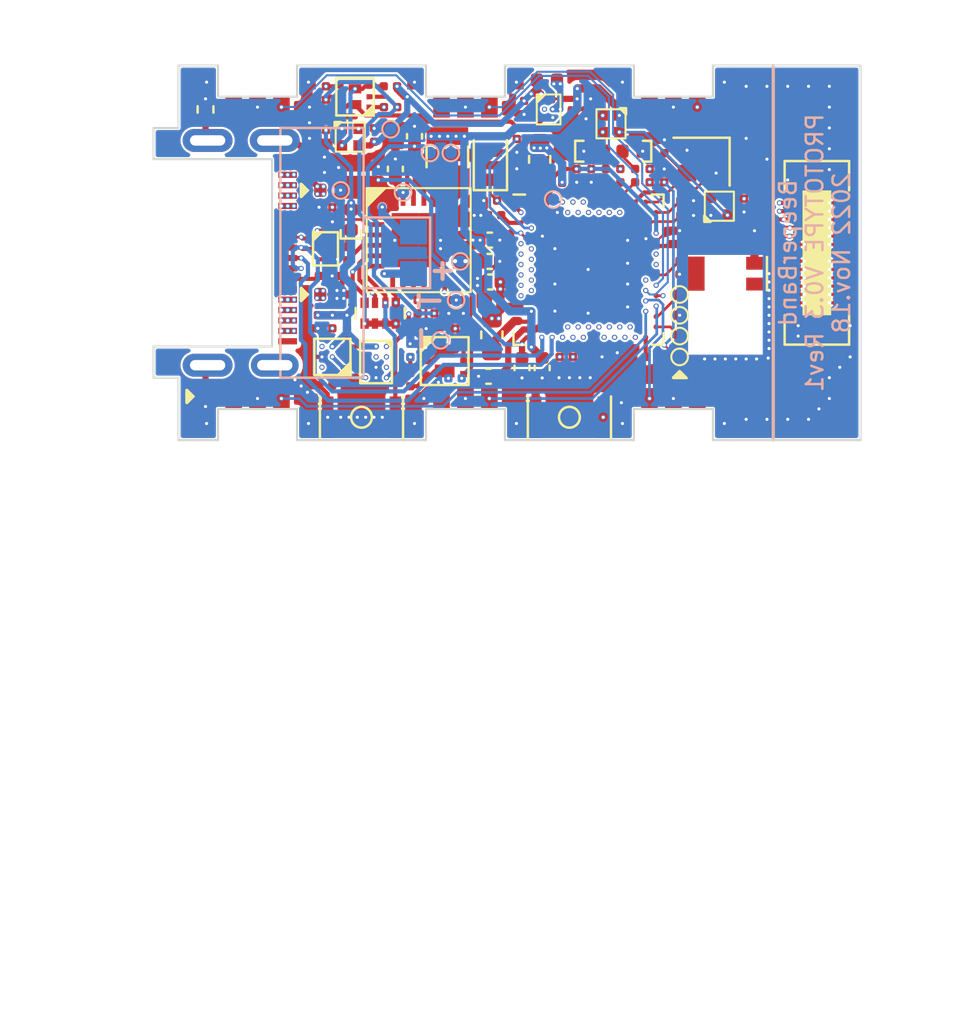
<source format=kicad_pcb>
(kicad_pcb (version 20211014) (generator pcbnew)
  (layers (0 "F.Cu" signal) (1 "In1.Cu" signal) (2 "In2.Cu" signal) (31 "B.Cu" signal) (34 "B.Paste" user) (35 "F.Paste" user) (36 "B.SilkS" user "B.Silkscreen") (37 "F.SilkS" user "F.Silkscreen") (38 "B.Mask" user) (39 "F.Mask" user) (44 "Edge.Cuts" user))
  (net 0 "")
  (net 1 "VDD")
  (net 2 "Net-(C2-Pad2)")
  (net 3 "VCC")
  (net 4 "VBUS")
  (net 5 "Net-(C6-Pad2)")
  (net 6 "/DEC46")
  (net 7 "Net-(C8-Pad2)")
  (net 8 "Net-(C10-Pad2)")
  (net 9 "Net-(C11-Pad1)")
  (net 10 "P0.29")
  (net 11 "Net-(C17-Pad1)")
  (net 12 "Net-(C18-Pad1)")
  (net 13 "Net-(C19-Pad1)")
  (net 14 "Net-(C20-Pad1)")
  (net 15 "P0.08")
  (net 16 "Net-(ANT1-Pad1)")
  (net 17 "P0.00")
  (net 18 "P0.01")
  (net 19 "Net-(C25-Pad2)")
  (net 20 "Net-(C26-Pad2)")
  (net 21 "Net-(C18-Pad2)")
  (net 22 "/BAT")
  (net 23 "+3.3V")
  (net 24 "Net-(C24-Pad2)")
  (net 25 "Net-(FB2-Pad1)")
  (net 26 "Net-(J1-PadA5)")
  (net 27 "D-")
  (net 28 "D+")
  (net 30 "Net-(J1-PadB5)")
  (net 32 "Net-(L1-Pad1)")
  (net 33 "Net-(L2-Pad1)")
  (net 34 "Net-(L3-Pad2)")
  (net 35 "Net-(LD2-Pad2)")
  (net 36 "PSEL")
  (net 37 "/TS")
  (net 38 "P0.06")
  (net 39 "Net-(Q1-Pad3)")
  (net 40 "P1.15")
  (net 41 "P1.10")
  (net 42 "NEOPIX_EN")
  (net 43 "Net-(LED1-Pad4)")
  (net 44 "NEOPIX")
  (net 45 "P0.07")
  (net 46 "P0.12")
  (net 47 "P0.11")
  (net 48 "SWDIO")
  (net 49 "SWDCLK")
  (net 52 "Net-(SW2-Pad2)")
  (net 54 "/REGN")
  (net 55 "/PMID")
  (net 56 "~{RESET}")
  (net 57 "P1.01")
  (net 58 "P1.02")
  (net 59 "P1.03")
  (net 60 "P1.04")
  (net 61 "P1.05")
  (net 62 "P1.06")
  (net 63 "Net-(C34-Pad2)")
  (net 64 "Net-(R12-Pad2)")
  (net 65 "P0.02")
  (net 66 "P1.13")
  (net 68 "P0.14")
  (net 69 "P0.19")
  (net 70 "P0.21")
  (net 71 "P0.23")
  (net 72 "P0.25")
  (net 73 "P0.13")
  (net 74 "P0.15")
  (net 75 "P0.17")
  (net 76 "P0.20")
  (net 77 "P0.22")
  (net 78 "P0.24")
  (net 79 "P1.00")
  (net 80 "P0.30")
  (net 81 "P0.28")
  (net 82 "P0.03")
  (net 83 "P1.14")
  (net 84 "P1.12")
  (net 85 "P1.11")
  (net 86 "P0.04")
  (net 87 "P0.10")
  (net 88 "P0.05")
  (net 89 "P0.09")
  (net 90 "Net-(Q2-Pad4)")
  (net 91 "Net-(Q2-Pad6)")
  (net 92 "Net-(R22-Pad2)")
  (net 93 "Net-(R23-Pad2)")
  (net 94 "/OUT+")
  (net 95 "/OUT-")
  (net 96 "Net-(L6-Pad1)")
  (net 97 "Net-(LED1-Pad1)")
  (net 98 "Net-(LED2-Pad1)")
  (net 100 "GND")
  (net 101 "Net-(LD1-Pad1)")
  (net 102 "Net-(LD3-Pad2)")
  (net 103 "HAP_IN")
  (net 104 "HAP_EN")
  (net 105 "Net-(U4-PadB1)")
  (net 106 "P1.09")
  (net 107 "~{CE}")
  (net 108 "AREF")
  (net 109 "P1.08")
  (net 110 "Net-(U4-PadC1)")
  (footprint "Package_DFN_QFN:Nordic_AQFN-73-1EP_7x7mm_P0.5mm" (layer "F.Cu") (at 133.92 32.81)
    (fp_text reference "U2")
    (fp_text value "nRF52840-aQFN")
  )
  (footprint "_Library:R_0201" (layer "F.Cu") (at 121.28 29.81 180)
    (fp_text reference "R1")
    (fp_text value "47k")
  )
  (footprint "Inductor_SMD:L_0201_0603Metric" (layer "F.Cu") (at 139.35 31.5775)
    (fp_text reference "L4")
    (fp_text value "4.7nH")
  )
  (footprint "_Library:C_0201" (layer "F.Cu") (at 141.4 29.72 -90)
    (fp_text reference "C33")
    (fp_text value "100nF")
  )
  (footprint "_Library:R_0201" (layer "F.Cu") (at 121.29 25.79 90)
    (fp_text reference "R20")
    (fp_text value "47k")
  )
  (footprint "_Library:R_0201" (layer "F.Cu") (at 124.39 24 180)
    (fp_text reference "R21")
    (fp_text value "47k")
  )
  (footprint "_Library:C_0201" (layer "F.Cu") (at 129.4 30.19)
    (fp_text reference "C2")
    (fp_text value "100nF")
  )
  (footprint "_Library:R_0201" (layer "F.Cu") (at 125.7 34.59 -90)
    (fp_text reference "R6")
    (fp_text value "47k")
  )
  (footprint "_Library:EVPAWBA2A" (layer "F.Cu") (at 133 39.9)
    (fp_text reference "SW1")
    (fp_text value "EVPAWBA2A")
  )
  (footprint "Capacitor_SMD:C_0402_1005Metric" (layer "F.Cu") (at 131.69 37.53 90)
    (fp_text reference "C4")
    (fp_text value "4.7uF")
  )
  (footprint "Capacitor_SMD:C_0402_1005Metric" (layer "F.Cu") (at 129.17 31.39 180)
    (fp_text reference "C29")
    (fp_text value "10uF")
  )
  (footprint "_Library:Vishay_PowerPAK_SC70-6L_Dual" (layer "F.Cu") (at 127 37.2)
    (fp_text reference "Q1")
    (fp_text value "SIA517DJ-T1-GE3")
  )
  (footprint "_Library:EVPAEBB2A" (layer "F.Cu") (at 138 41 180)
    (fp_text reference "SW5")
    (fp_text value "EVPAEBB2A")
    (fp_line (start 1.9 1.5) (end 1.9 0) (layer "Edge.Cuts") (width 0.1))
    (fp_line (start -1.9 0) (end -2.8 0) (layer "Edge.Cuts") (width 0.1))
    (fp_line (start -1.9 1.5) (end 1.9 1.5) (layer "Edge.Cuts") (width 0.1))
    (fp_line (start -1.9 1.5) (end -1.9 0) (layer "Edge.Cuts") (width 0.1))
    (fp_line (start 1.9 0) (end 2.8 0) (layer "Edge.Cuts") (width 0.1))
  )
  (footprint "Capacitor_SMD:C_0402_1005Metric" (layer "F.Cu") (at 124.63 27.97 -90)
    (fp_text reference "C14")
    (fp_text value "10uF")
  )
  (footprint "_Library:C_0201" (layer "F.Cu") (at 123.81 28.18 -90)
    (fp_text reference "C12")
    (fp_text value "1uF")
  )
  (footprint "_Library:C_0201" (layer "F.Cu") (at 134.05 28.29 90)
    (fp_text reference "C7")
    (fp_text value "1uF")
  )
  (footprint "Inductor_SMD:L_0402_1005Metric" (layer "F.Cu") (at 131.92 23.7 180)
    (fp_text reference "L6")
    (fp_text value "0.47uH")
  )
  (footprint "_Library:C_0201" (layer "F.Cu") (at 120.9 35.31 -90)
    (fp_text reference "C36")
    (fp_text value "1uF")
  )
  (footprint "_Library:LM3281YFQR" (layer "F.Cu") (at 132 25.1)
    (fp_text reference "U5")
    (fp_text value "LM3281YFQR")
  )
  (footprint "_Library:C_0201" (layer "F.Cu") (at 137.57 26.89 -90)
    (fp_text reference "C24")
    (fp_text value "12pF")
  )
  (footprint "_Library:EVPAEBB2A" (layer "F.Cu") (at 138 23)
    (fp_text reference "SW6")
    (fp_text value "EVPAEBB2A")
    (fp_line (start 1.9 0) (end 2.8 0) (layer "Edge.Cuts") (width 0.1))
    (fp_line (start -1.9 1.5) (end -1.9 0) (layer "Edge.Cuts") (width 0.1))
    (fp_line (start -1.9 0) (end -2.8 0) (layer "Edge.Cuts") (width 0.1))
    (fp_line (start 1.9 1.5) (end 1.9 0) (layer "Edge.Cuts") (width 0.1))
    (fp_line (start -1.9 1.5) (end 1.9 1.5) (layer "Edge.Cuts") (width 0.1))
  )
  (footprint "Capacitor_SMD:C_0402_1005Metric" (layer "F.Cu") (at 129.17 32.41 180)
    (fp_text reference "C28")
    (fp_text value "10uF")
  )
  (footprint "_Library:R_0201" (layer "F.Cu") (at 134.75 28.29 90)
    (fp_text reference "R17")
    (fp_text value "1k")
  )
  (footprint "_Library:C_0201" (layer "F.Cu") (at 123.61 26.34 90)
    (fp_text reference "C31")
    (fp_text value "100nF")
  )
  (footprint "Crystal:Crystal_SMD_2012-2Pin_2.0x1.2mm" (layer "F.Cu") (at 129.2 27.79 90)
    (fp_text reference "Y2")
    (fp_text value "32.768kHz")
  )
  (footprint "_Library:C_0201" (layer "F.Cu") (at 134.25 36.9975)
    (fp_text reference "C11")
    (fp_text value "100nF")
  )
  (footprint "Capacitor_SMD:C_0402_1005Metric" (layer "F.Cu") (at 130.72 37.53 90)
    (fp_text reference "C5")
    (fp_text value "4.7uF")
  )
  (footprint "_Library:EVPAWBA2A" (layer "F.Cu") (at 123 39.9)
    (fp_text reference "SW2")
    (fp_text value "~{QON}")
  )
  (footprint "_Library:C_0201" (layer "F.Cu") (at 130.82 25.02 90)
    (fp_text reference "C35")
    (fp_text value "2.2uF")
  )
  (footprint "_Library:R_0201" (layer "F.Cu") (at 126.43 35.64 180)
    (fp_text reference "R16")
    (fp_text value "1M")
  )
  (footprint "_Library:R_0201" (layer "F.Cu") (at 122.32 32.04 -90)
    (fp_text reference "R12")
    (fp_text value "10k")
  )
  (footprint "Resistor_SMD:R_Array_Convex_4x0402" (layer "F.Cu") (at 123.9 34.9 90)
    (fp_text reference "RN1")
    (fp_text value "10k")
  )
  (footprint "_Library:C_0201" (layer "F.Cu") (at 138.3 31.255 90)
    (fp_text reference "C19")
    (fp_text value "0.8pF")
  )
  (footprint "Capacitor_SMD:C_0402_1005Metric" (layer "F.Cu") (at 129.11 37.93)
    (fp_text reference "C6")
    (fp_text value "4.7uF")
  )
  (footprint "_Library:C_0201" (layer "F.Cu") (at 141.9 31.26 90)
    (fp_text reference "C21")
    (fp_text value "0.5pF")
  )
  (footprint "Capacitor_SMD:C_0402_1005Metric" (layer "F.Cu") (at 129.2 33.4)
    (fp_text reference "C3")
    (fp_text value "4.7uF")
  )
  (footprint "_Library:R_0201" (layer "F.Cu") (at 127.2 34.59 90)
    (fp_text reference "R8")
    (fp_text value "31.6k")
  )
  (footprint "_Library:R_0201" (layer "F.Cu") (at 121.28 30.51)
    (fp_text reference "R5")
    (fp_text value "5.1k")
  )
  (footprint "_Library:TestPoint_Pad_D0.6mm" (layer "F.Cu") (at 138.3 37 90)
    (fp_text reference "TP7")
    (fp_text value "VDD")
  )
  (footprint "_Library:C_0201" (layer "F.Cu") (at 137.56 28.29 -90)
    (fp_text reference "C15")
    (fp_text value "100nF")
  )
  (footprint "_Library:DF40C(2.0)-30DS-0.4V(51)" (layer "F.Cu") (at 144.9 32 -90)
    (fp_text reference "J2")
    (fp_text value "DF40C-30DS-0.4V(51)")
  )
  (footprint "_Library:LED_0402" (layer "F.Cu") (at 134.1775 27.1175)
    (fp_text reference "LD2")
    (fp_text value "BUILTIN")
  )
  (footprint "Inductor_SMD:L_0402_1005Metric" (layer "F.Cu") (at 121.5 34)
    (fp_text reference "FB2")
    (fp_text value "BLM15EX121SN1D")
  )
  (footprint "_Library:LED_0402" (layer "F.Cu") (at 122.5 30.41 90)
    (fp_text reference "LD1")
    (fp_text value "CHARGE")
  )
  (footprint "_Library:C_0201" (layer "F.Cu") (at 133.35 28.29 90)
    (fp_text reference "C9")
    (fp_text value "47nF")
  )
  (footprint "_Library:TPD4S012DRYR" (layer "F.Cu") (at 121.27 31.81)
    (fp_text reference "U1")
    (fp_text value "TPD4S012DRYR")
  )
  (footprint "_Library:C_0201" (layer "F.Cu") (at 120.9 28.14 180)
    (fp_text reference "C10")
    (fp_text value "10nF")
  )
  (footprint "_Library:R_0201" (layer "F.Cu") (at 121.6 35.31 -90)
    (fp_text reference "R23")
    (fp_text value "4.7k")
  )
  (footprint "_Library:W3008C" (layer "F.Cu") (at 140.5 33 180)
    (fp_text reference "ANT1")
    (fp_text value "W3008C")
  )
  (footprint "_Library:C_0201" (layer "F.Cu") (at 133.8 25.88 90)
    (fp_text reference "C32")
    (fp_text value "100nF")
  )
  (footprint "_Library:HRS_CX90M-16P" (layer "F.Cu") (at 113.175 32 90)
    (fp_text reference "J1")
    (fp_text value "CX90M-16P")
    (fp_line (start 6 -0.175) (end 4.5 -0.175) (layer "Edge.Cuts") (width 0.1))
    (fp_line (start -4.5 5.525) (end -4.5 -0.175) (layer "Edge.Cuts") (width 0.1))
    (fp_line (start -4.5 -0.175) (end -6 -0.175) (layer "Edge.Cuts") (width 0.1))
    (fp_line (start 4.5 -0.175) (end 4.5 5.525) (layer "Edge.Cuts") (width 0.1))
    (fp_line (start 4.5 5.525) (end -4.5 5.525) (layer "Edge.Cuts") (width 0.1))
  )
  (footprint "_Library:WIP252010P-1R0ML" (layer "F.Cu") (at 127.13 27.39 90)
    (fp_text reference "L5")
    (fp_text value "1uH")
  )
  (footprint "_Library:R_0201" (layer "F.Cu") (at 127.9 34.59 90)
    (fp_text reference "R10")
    (fp_text value "103AT")
  )
  (footprint "_Library:C_0201" (layer "F.Cu") (at 125.66 28.19 90)
    (fp_text reference "C18")
    (fp_text value "47nF")
  )
  (footprint "_Library:C_0201" (layer "F.Cu") (at 133.7 24.6 180)
    (fp_text reference "C30")
    (fp_text value "2.2uF")
  )
  (footprint "_Library:R_0201" (layer "F.Cu") (at 132.85 36.9975)
    (fp_text reference "R25")
    (fp_text value "470R")
  )
  (footprint "_Library:R_0201" (layer "F.Cu") (at 125.35 38.09 90)
    (fp_text reference "R13")
    (fp_text value "1.5M")
  )
  (footprint "_Library:C_0201" (layer "F.Cu") (at 130.47 28.28 -90)
    (fp_text reference "C1")
    (fp_text value "1uF")
  )
  (footprint "_Library:C_0201" (layer "F.Cu") (at 121.28 38.36)
    (fp_text reference "C34")
    (fp_text value "1uF")
  )
  (footprint "_Library:EVPAEBB2A" (layer "F.Cu") (at 118 23)
    (fp_text reference "SW8")
    (fp_text value "EVPAEBB2A")
    (fp_line (start -1.9 1.5) (end 1.9 1.5) (layer "Edge.Cuts") (width 0.1))
    (fp_line (start 1.9 0) (end 2.8 0) (layer "Edge.Cuts") (width 0.1))
    (fp_line (start -1.9 0) (end -2.8 0) (layer "Edge.Cuts") (width 0.1))
    (fp_line (start 1.9 1.5) (end 1.9 0) (layer "Edge.Cuts") (width 0.1))
    (fp_line (start -1.9 1.5) (end -1.9 0) (layer "Edge.Cuts") (width 0.1))
  )
  (footprint "_Library:WS2812B-2020" (layer "F.Cu") (at 122.46 26.44 -90)
    (fp_text reference "LED1")
    (fp_text value "WS2812B-2020")
  )
  (footprint "_Library:TestPoint_Pad_D0.6mm" (layer "F.Cu") (at 138.3 36 90)
    (fp_text reference "TP8")
    (fp_text value "DIO")
  )
  (footprint "_Library:R_0201" (layer "F.Cu") (at 121.27 33.11)
    (fp_text reference "R4")
    (fp_text value "5.1k")
  )
  (footprint "_Library:R_0201" (layer "F.Cu") (at 121.29 24.32 90)
    (fp_text reference "R24")
    (fp_text value "47k")
  )
  (footprint "Inductor_SMD:L_0201_0603Metric" (layer "F.Cu") (at 132.65 28.29 90)
    (fp_text reference "L1")
    (fp_text value "15nH")
  )
  (footprint "Capacitor_SMD:C_0402_1005Metric" (layer "F.Cu") (at 125.55 26.4 90)
    (fp_text reference "C13")
    (fp_text value "4.7uF")
  )
  (footprint "Inductor_SMD:L_0603_1608Metric" (layer "F.Cu") (at 129.27 35.94 -90)
    (fp_text reference "L3")
    (fp_text value "10uH")
  )
  (footprint "_Library:EVPAEBB2A" (layer "F.Cu") (at 128 23)
    (fp_text reference "SW7")
    (fp_text value "EVPAEBB2A")
    (fp_line (start -1.9 1.5) (end -1.9 0) (layer "Edge.Cuts") (width 0.1))
    (fp_line (start 1.9 1.5) (end 1.9 0) (layer "Edge.Cuts") (width 0.1))
    (fp_line (start 1.9 0) (end 2.8 0) (layer "Edge.Cuts") (width 0.1))
    (fp_line (start -1.9 1.5) (end 1.9 1.5) (layer "Edge.Cuts") (width 0.1))
    (fp_line (start -1.9 0) (end -2.8 0) (layer "Edge.Cuts") (width 0.1))
  )
  (footprint "_Library:C_0201" (layer "F.Cu") (at 138.295 32.71 -90)
    (fp_text reference "C20")
    (fp_text value "820pF")
  )
  (footprint "_Library:R_0201" (layer "F.Cu") (at 127.83 35.64 180)
    (fp_text reference "R15")
    (fp_text value "1M")
  )
  (footprint "_Library:C_0201" (layer "F.Cu") (at 136.99 37)
    (fp_text reference "C17")
    (fp_text value "100nF")
  )
  (footprint "_Library:C_0201" (layer "F.Cu") (at 129.2 29.49 180)
    (fp_text reference "C22")
    (fp_text value "12pF")
  )
  (footprint "_Library:R_0201" (layer "F.Cu") (at 122.3 35.31 -90)
    (fp_text reference "R22")
    (fp_text value "4.7k")
  )
  (footprint "_Library:R_0201" (layer "F.Cu") (at 124.4 25 180)
    (fp_text reference "R19")
    (fp_text value "47k")
  )
  (footprint "_Library:R_0201" (layer "F.Cu") (at 126.5 34.59 -90)
    (fp_text reference "R7")
    (fp_text value "5.1k")
  )
  (footprint "_Library:BQ25619" (layer "F.Cu") (at 125.75 31.39)
    (fp_text reference "U3")
    (fp_text value "BQ25619")
  )
  (footprint "_Library:DRV2605YZFR" (layer "F.Cu") (at 121.6 37 180)
    (fp_text reference "U6")
    (fp_text value "DRV2605")
  )
  (footprint "_Library:R_0201" (layer "F.Cu") (at 136.16 28.29 90)
    (fp_text reference "R18")
    (fp_text value "1k")
  )
  (footprint "_Library:R_0201" (layer "F.Cu") (at 135.45 28.29 90)
    (fp_text reference "R2")
    (fp_text value "10k")
  )
  (footprint "_Library:C_0201" (layer "F.Cu") (at 130.47 26.85 -90)
    (fp_text reference "C23")
    (fp_text value "12pF")
  )
  (footprint "_Library:C_0201" (layer "F.Cu") (at 120.9 27.4 180)
    (fp_text reference "C8")
    (fp_text value "4.7nF")
  )
  (footprint "_Library:Vishay_PowerPAK_SC75-6L_Dual" (layer "F.Cu") (at 122.69 24.5 180)
    (fp_text reference "Q2")
    (fp_text value "SIB912DK-T1-GE3")
  )
  (footprint "_Library:LSF0204DYZPR" (layer "F.Cu") (at 123.7 37.25)
    (fp_text reference "U4")
    (fp_text value "LSF0204DYZPR")
  )
  (footprint "_Library:WS2812B-2020" (layer "F.Cu") (at 140.21 29.76)
    (fp_text reference "LED3")
    (fp_text value "WS2812B-2020")
  )
  (footprint "_Library:EVPAEBB2A" (layer "F.Cu") (at 128 41 180)
    (fp_text reference "SW4")
    (fp_text value "EVPAEBB2A")
    (fp_line (start 1.9 1.5) (end 1.9 0) (layer "Edge.Cuts") (width 0.1))
    (fp_line (start -1.9 1.5) (end 1.9 1.5) (layer "Edge.Cuts") (width 0.1))
    (fp_line (start 1.9 0) (end 2.8 0) (layer "Edge.Cuts") (width 0.1))
    (fp_line (start -1.9 0) (end -2.8 0) (layer "Edge.Cuts") (width 0.1))
    (fp_line (start -1.9 1.5) (end -1.9 0) (layer "Edge.Cuts") (width 0.1))
  )
  (footprint "_Library:C_0201" (layer "F.Cu") (at 138.65 30.205 180)
    (fp_text reference "C26")
    (fp_text value "100pF")
  )
  (footprint "_Library:R_0201" (layer "F.Cu") (at 125.35 36.69 90)
    (fp_text reference "R14")
    (fp_text value "220k")
  )
  (footprint "_Library:C_0201" (layer "F.Cu") (at 138.65 29.495 180)
    (fp_text reference "C25")
    (fp_text value "12pF")
  )
  (footprint "_Library:R_0201" (layer "F.Cu") (at 136.86 28.29 90)
    (fp_text reference "R9")
    (fp_text value "10k")
  )
  (footprint "Inductor_SMD:L_0402_1005Metric" (layer "F.Cu") (at 121.51 28.99 180)
    (fp_text reference "FB3")
    (fp_text value "BLM15EX121SN1D")
  )
  (footprint "_Library:TestPoint_Pad_D0.6mm" (layer "F.Cu") (at 138.3 34 90)
    (fp_text reference "TP10")
    (fp_text value "SCK")
  )
  (footprint "_Library:EVPAEBB2A" (layer "F.Cu") (at 118 41 180)
    (fp_text reference "SW3")
    (fp_text value "EVPAEBB2A")
    (fp_line (start -1.9 0) (end -2.8 0) (layer "Edge.Cuts") (width 0.1))
    (fp_line (start 1.9 1.5) (end 1.9 0) (layer "Edge.Cuts") (width 0.1))
    (fp_line (start -1.9 1.5) (end 1.9 1.5) (layer "Edge.Cuts") (width 0.1))
    (fp_line (start 1.9 0) (end 2.8 0) (layer "Edge.Cuts") (width 0.1))
    (fp_line (start -1.9 1.5) (end -1.9 0) (layer "Edge.Cuts") (width 0.1))
  )
  (footprint "Resistor_SMD:R_0402_1005Metric" (layer "F.Cu") (at 115.5 25.11 90)
    (fp_text reference "R3")
    (fp_text value "1M")
  )
  (footprint "Inductor_SMD:L_0603_1608Metric" (layer "F.Cu") (at 131.57 27.51 90)
    (fp_text reference "L2")
    (fp_text value "10uH")
  )
  (footprint "_Library:TestPoint_Pad_D0.6mm" (layer "F.Cu") (at 138.3 35 90)
    (fp_text reference "TP9")
    (fp_text value "GND")
  )
  (footprint "_Library:WS2812B-2020" (layer "F.Cu") (at 135 25.8 180)
    (fp_text reference "LED2")
    (fp_text value "WS2812B-2020")
  )
  (footprint "_Library:LED_0402" (layer "F.Cu") (at 136.0375 27.1175 180)
    (fp_text reference "LD3")
    (fp_text value "CONN")
  )
  (footprint "_Library:C_0201" (layer "F.Cu") (at 141 31.26 90)
    (fp_text reference "C27")
    (fp_text value "DNP")
  )
  (footprint "Inductor_SMD:L_0402_1005Metric" (layer "F.Cu") (at 115.5 38.9 90)
    (fp_text reference "FB1")
    (fp_text value "BLM15EX121SN1D")
  )
  (footprint "Crystal:Crystal_SMD_2016-4Pin_2.0x1.6mm" (layer "F.Cu") (at 139.355 27.62 180)
    (fp_text reference "Y1")
    (fp_text value "32MHz")
  )
  (footprint "_Library:TestPoint_Pad_D0.6mm" (layer "B.Cu") (at 126.8 36.2 180)
    (fp_text reference "TP3")
    (fp_text value "BAT-")
  )
  (footprint "_Library:TestPoint_Pad_D0.6mm" (layer "B.Cu") (at 126.3 27.2 180)
    (fp_text reference "TP6")
    (fp_text value "REGN")
  )
  (footprint "_Library:TestPoint_Pad_D0.6mm" (layer "B.Cu") (at 132.22 29.44 180)
    (fp_text reference "TP11")
    (fp_text value "AREF")
  )
  (footprint "_Library:TestPoint_Pad_D0.6mm" (layer "B.Cu") (at 125 29.1 180)
    (fp_text reference "TP5")
    (fp_text value "PMID")
  )
  (footprint "_Library:TestPoint_Pad_D0.6mm" (layer "B.Cu") (at 127.75 32.41 180)
    (fp_text reference "TP1")
    (fp_text value "BAT+")
  )
  (footprint "_Library:TestPoint_Pad_D0.6mm" (layer "B.Cu") (at 124.4 26.06 180)
    (fp_text reference "TP13")
    (fp_text value "3V3")
  )
  (footprint "_Library:C_0201" (layer "B.Cu") (at 125.35 36.69 -90)
    (fp_text reference "C16")
    (fp_text value "10nF")
  )
  (footprint "_Library:TestPoint_Pad_D0.6mm" (layer "B.Cu") (at 122 29 180)
    (fp_text reference "TP4")
    (fp_text value "VBUS")
  )
  (footprint "_Library:LL-3-J-27150" (layer "B.Cu") (at 123.1 32)
    (fp_text reference "M1")
    (fp_text value "L124035F-028010999-0001")
  )
  (footprint "_Library:TestPoint_Pad_D0.6mm" (layer "B.Cu") (at 127.3 27.2 180)
    (fp_text reference "TP12")
    (fp_text value "VSYS")
  )
  (footprint "_Library:TestPoint_Pad_D0.6mm" (layer "B.Cu") (at 127.55 34.28 180)
    (fp_text reference "TP2")
    (fp_text value "NTC")
  )
  (footprint "_Library:R_0201" (layer "B.Cu") (at 127.5 38.03 180)
    (fp_text reference "R11")
    (fp_text value "DNP")
  )
  (gr_line (start 142.8 23) (end 142.8 41) (layer "B.SilkS") (width 0.15))
  (gr_poly (pts (xy 138.6 38) (xy 138 38) (xy 138.3 37.7)) (layer "F.SilkS") (width 0.15) (fill solid))
  (gr_line (start 142.8 23) (end 142.8 41) (layer "F.SilkS") (width 0.15))
  (gr_poly (pts (xy 120.1 28.7) (xy 120.4 29) (xy 120.1 29.3)) (layer "F.SilkS") (width 0.15) (fill solid))
  (gr_poly (pts (xy 114.6 38.6) (xy 114.9 38.9) (xy 114.6 39.2)) (layer "F.SilkS") (width 0.15) (fill solid))
  (gr_poly (pts (xy 120.1 33.7) (xy 120.4 34) (xy 120.1 34.3)) (layer "F.SilkS") (width 0.15) (fill solid))
  (gr_line (start 140.8 41) (end 147 41) (layer "Edge.Cuts") (width 0.1))
  (gr_line (start 113 26) (end 114.2 26) (layer "Edge.Cuts") (width 0.1))
  (gr_line (start 135.2 41) (end 130.8 41) (layer "Edge.Cuts") (width 0.1))
  (gr_line (start 130.8 23) (end 135.2 23) (layer "Edge.Cuts") (width 0.1))
  (gr_line (start 115.2 41) (end 114.2 41) (layer "Edge.Cuts") (width 0.1))
  (gr_line (start 125.2 41) (end 120.8 41) (layer "Edge.Cuts") (width 0.1))
  (gr_line (start 120.8 23) (end 125.2 23) (layer "Edge.Cuts") (width 0.1))
  (gr_line (start 114.2 38) (end 113 38) (layer "Edge.Cuts") (width 0.1))
  (gr_line (start 140.8 23) (end 147 23) (layer "Edge.Cuts") (width 0.1))
  (gr_line (start 114.2 38) (end 114.2 41) (layer "Edge.Cuts") (width 0.1))
  (gr_line (start 114.2 23) (end 114.2 26) (layer "Edge.Cuts") (width 0.1))
  (gr_line (start 114.2 23) (end 115.2 23) (layer "Edge.Cuts") (width 0.1))
  (gr_line (start 147 23) (end 147 41) (layer "Edge.Cuts") (width 0.1))
  (gr_text "+" (at 126.9 32.8) (layer "B.SilkS") (effects (font (size 1 1) (thickness 0.2)) (justify mirror)))
  (gr_text "-" (at 125.8 36.1 90) (layer "B.SilkS") (effects (font (size 1 1) (thickness 0.2)) (justify mirror)))
  (gr_text "T" (at 126.3 34.3 90) (layer "B.SilkS") (effects (font (size 1 1) (thickness 0.2)) (justify mirror)))
  (gr_text "BeeperBand\nPROTOTYPE V0.3 Rev1\n2022 Nov.18" (at 144.8 32 90) (layer "B.SilkS") (effects (font (size 0.8 0.8) (thickness 0.12)) (justify mirror)))
  (segment (start 124.72 25) (end 124.22 24.5) (width 0.2) (layer "F.Cu") (net 1))
  (segment (start 136.6 29.1) (end 137.07 29.1) (width 0.2) (layer "F.Cu") (net 1))
  (segment (start 124.65 35.4) (end 123.15 35.4) (width 0.3) (layer "F.Cu") (net 1))
  (segment (start 130.34 34.56) (end 130.67 34.56) (width 0.2) (layer "F.Cu") (net 1))
  (segment (start 136.17 29.53) (end 136.4 29.3) (width 0.13) (layer "F.Cu") (net 1))
  (segment (start 121.43 24.5) (end 122.015 24.5) (width 0.2) (layer "F.Cu") (net 1))
  (segment (start 130.3 34.6) (end 129.8 34.6) (width 0.4) (layer "F.Cu") (net 1))
  (segment (start 124.22 24.5) (end 123.365 24.5) (width 0.2) (layer "F.Cu") (net 1))
  (segment (start 136.4 29.3) (end 136.6 29.1) (width 0.2) (layer "F.Cu") (net 1))
  (segment (start 121.29 24.64) (end 121.43 24.5) (width 0.2) (layer "F.Cu") (net 1))
  (segment (start 130.47 29.67) (end 130.47 29.86) (width 0.2) (layer "F.Cu") (net 1))
  (segment (start 130.47 29.86) (end 130.67 30.06) (width 0.2) (layer "F.Cu") (net 1))
  (segment (start 129.68 34.7425) (end 129.68 33.4) (width 0.4) (layer "F.Cu") (net 1))
  (segment (start 138.3 37) (end 138.137111 37) (width 0.1) (layer "F.Cu") (net 1))
  (segment (start 130.3 34.6) (end 130.34 34.56) (width 0.2) (layer "F.Cu") (net 1))
  (segment (start 136.17 29.56) (end 136.17 29.53) (width 0.13) (layer "F.Cu") (net 1))
  (segment (start 137.07 29.1) (end 137.56 28.61) (width 0.2) (layer "F.Cu") (net 1))
  (segment (start 130.47 29.67) (end 130.47 28.6) (width 0.3) (layer "F.Cu") (net 1))
  (segment (start 129.27 35.1525) (end 129.68 34.7425) (width 0.4) (layer "F.Cu") (net 1))
  (segment (start 138.137111 37) (end 137.568556 36.431445) (width 0.1) (layer "F.Cu") (net 1))
  (via (at 121.29 24.64) (size 0.25) (drill 0.15) (layers "F.Cu" "B.Cu") (net 1))
  (via (at 129.6 35.1525) (size 0.25) (drill 0.15) (layers "F.Cu" "B.Cu") (net 1))
  (via (at 137.568556 36.431445) (size 0.25) (drill 0.15) (layers "F.Cu" "B.Cu") (net 1))
  (via (at 129.27 35.1525) (size 0.25) (drill 0.15) (layers "F.Cu" "B.Cu") (net 1))
  (via (at 124.65 35.4) (size 0.25) (drill 0.15) (layers "F.Cu" "B.Cu") (net 1))
  (via (at 130.67 30.06) (size 0.25) (drill 0.15) (layers "F.Cu" "B.Cu") (net 1))
  (via (at 124.72 25) (size 0.25) (drill 0.15) (layers "F.Cu" "B.Cu") (net 1))
  (via (at 123.7 37) (size 0.25) (drill 0.15) (layers "F.Cu" "B.Cu") (net 1))
  (via (at 129.68 33.74) (size 0.25) (drill 0.15) (layers "F.Cu" "B.Cu") (net 1))
  (via (at 137.56 28.61) (size 0.25) (drill 0.15) (layers "F.Cu" "B.Cu") (net 1))
  (via (at 129.68 33.4) (size 0.25) (drill 0.15) (layers "F.Cu" "B.Cu") (net 1))
  (via (at 123.15 35.4) (size 0.25) (drill 0.15) (layers "F.Cu" "B.Cu") (net 1))
  (segment (start 123.285 26.28481) (end 123.285 25.88538) (width 0.2) (layer "B.Cu") (net 1))
  (segment (start 124.395 25.325) (end 124.72 25) (width 0.2) (layer "B.Cu") (net 1))
  (segment (start 122.9 30.124264) (end 122.9 26.66981) (width 0.2) (layer "B.Cu") (net 1))
  (segment (start 121.29 24.45962) (end 121.29 24.64) (width 0.2) (layer "B.Cu") (net 1))
  (segment (start 122.9 26.66981) (end 123.285 26.28481) (width 0.2) (layer "B.Cu") (net 1))
  (segment (start 123.15 35.4) (end 123.15 32.760014) (width 0.2) (layer "B.Cu") (net 1))
  (segment (start 123.515 23.795) (end 122.82462 23.795) (width 0.2) (layer "B.Cu") (net 1))
  (segment (start 123.437868 32.472146) (end 123.437868 30.662132) (width 0.2) (layer "B.Cu") (net 1))
  (segment (start 121.95462 23.795) (end 121.29 24.45962) (width 0.2) (layer "B.Cu") (net 1))
  (segment (start 123.515 23.795) (end 124.72 25) (width 0.2) (layer "B.Cu") (net 1))
  (segment (start 138 36.000001) (end 137.568556 36.431445) (width 0.13) (layer "B.Cu") (net 1))
  (segment (start 123.84538 25.325) (end 124.395 25.325) (width 0.2) (layer "B.Cu") (net 1))
  (segment (start 122.82462 23.795) (end 121.95462 23.795) (width 0.2) (layer "B.Cu") (net 1))
  (segment (start 123.437868 30.662132) (end 122.9 30.124264) (width 0.2) (layer "B.Cu") (net 1))
  (segment (start 123.15 32.760014) (end 123.437868 32.472146) (width 0.2) (layer "B.Cu") (net 1))
  (segment (start 137.56 28.61) (end 138 29.05) (width 0.13) (layer "B.Cu") (net 1))
  (segment (start 138 29.05) (end 138 36.000001) (width 0.13) (layer "B.Cu") (net 1))
  (segment (start 123.285 25.88538) (end 123.84538 25.325) (width 0.2) (layer "B.Cu") (net 1))
  (segment (start 130.09 30.56) (end 129.72 30.19) (width 0.2) (layer "F.Cu") (net 2))
  (segment (start 130.67 30.56) (end 130.09 30.56) (width 0.2) (layer "F.Cu") (net 2))
  (segment (start 136.15 25.8) (end 142 25.8) (width 0.4) (layer "F.Cu") (net 3))
  (segment (start 132.3 24.6) (end 132.6 24.6) (width 0.13) (layer "F.Cu") (net 3))
  (segment (start 122.3 35) (end 120.9 35) (width 0.4) (layer "F.Cu") (net 3))
  (segment (start 128.1105 31.64) (end 128.3605 31.39) (width 0.4) (layer "F.Cu") (net 3))
  (segment (start 133.38 24.1095) (end 133.38 24.6) (width 0.4) (layer "F.Cu") (net 3))
  (segment (start 128.44 31.14) (end 127.75 31.14) (width 0.4) (layer "F.Cu") (net 3))
  (segment (start 128.69 31.39) (end 128.44 31.14) (width 0.4) (layer "F.Cu") (net 3))
  (segment (start 135.884315 24.85) (end 135.934315 24.9) (width 0.4) (layer "F.Cu") (net 3))
  (segment (start 145.3 32) (end 144.9 31.6) (width 0.3) (layer "F.Cu") (net 3))
  (segment (start 131.69 37.05) (end 131.17 36.53) (width 0.4) (layer "F.Cu") (net 3))
  (segment (start 144.5 32) (end 143.58 32) (width 0.3) (layer "F.Cu") (net 3))
  (segment (start 128.45 31.64) (end 127.75 31.64) (width 0.4) (layer "F.Cu") (net 3))
  (segment (start 135.15 24.85) (end 135.884315 24.85) (width 0.4) (layer "F.Cu") (net 3))
  (segment (start 132.2 24.7) (end 132.3 24.6) (width 0.13) (layer "F.Cu") (net 3))
  (segment (start 136 24.9) (end 136.15 25.05) (width 0.4) (layer "F.Cu") (net 3))
  (segment (start 133.38 24.1095) (end 133.3895 24.1) (width 0.4) (layer "F.Cu") (net 3))
  (segment (start 127.75 31.14) (end 128.1105 31.14) (width 0.4) (layer "F.Cu") (net 3))
  (segment (start 128.1105 31.14) (end 128.3605 31.39) (width 0.4) (layer "F.Cu") (net 3))
  (segment (start 144.9 31.6) (end 144.5 32) (width 0.3) (layer "F.Cu") (net 3))
  (segment (start 127.75 31.64) (end 128.1105 31.64) (width 0.4) (layer "F.Cu") (net 3))
  (segment (start 144.9 28.7) (end 144.9 31.55) (width 0.4) (layer "F.Cu") (net 3))
  (segment (start 135.934315 24.9) (end 136 24.9) (width 0.4) (layer "F.Cu") (net 3))
  (segment (start 133.3895 24.1) (end 134.4 24.1) (width 0.4) (layer "F.Cu") (net 3))
  (segment (start 136.15 25.05) (end 136.15 25.8) (width 0.4) (layer "F.Cu") (net 3))
  (segment (start 146.22 32) (end 145.3 32) (width 0.3) (layer "F.Cu") (net 3))
  (segment (start 142 25.8) (end 144.9 28.7) (width 0.4) (layer "F.Cu") (net 3))
  (segment (start 132.6 24.6) (end 133.3705 24.6) (width 0.3) (layer "F.Cu") (net 3))
  (segment (start 134.4 24.1) (end 135.15 24.85) (width 0.4) (layer "F.Cu") (net 3))
  (segment (start 128.7 31.39) (end 128.45 31.64) (width 0.4) (layer "F.Cu") (net 3))
  (via (at 127.55 26.4) (size 0.25) (drill 0.15) (layers "F.Cu" "B.Cu") (net 3))
  (via (at 131.17 36.53) (size 0.25) (drill 0.15) (layers "F.Cu" "B.Cu") (net 3))
  (via (at 127.15 26.4) (size 0.25) (drill 0.15) (layers "F.Cu" "B.Cu") (net 3))
  (via (at 131.8 25.1) (size 0.25) (drill 0.15) (layers "F.Cu" "B.Cu") (net 3))
  (via (at 128.7 31.39) (size 0.25) (drill 0.15) (layers "F.Cu" "B.Cu") (net 3))
  (via (at 127.95 26.4) (size 0.25) (drill 0.15) (layers "F.Cu" "B.Cu") (net 3))
  (via (at 126.35 26.4) (size 0.25) (drill 0.15) (layers "F.Cu" "B.Cu") (net 3))
  (via (at 122.5 29.6) (size 0.25) (drill 0.15) (layers "F.Cu" "B.Cu") (net 3))
  (via (at 122.5 29.9) (size 0.25) (drill 0.15) (layers "F.Cu" "B.Cu") (net 3))
  (via (at 123.7 36.5) (size 0.25) (drill 0.15) (layers "F.Cu" "B.Cu") (net 3))
  (via (at 126.75 26.4) (size 0.25) (drill 0.15) (layers "F.Cu" "B.Cu") (net 3))
  (via (at 133.3705 24.6) (size 0.25) (drill 0.15) (layers "F.Cu" "B.Cu") (net 3))
  (via (at 131.17 34.81) (size 0.25) (drill 0.15) (layers "F.Cu" "B.Cu") (net 3))
  (via (at 120.9 35) (size 0.25) (drill 0.15) (layers "F.Cu" "B.Cu") (net 3))
  (via (at 121.6 35) (size 0.25) (drill 0.15) (layers "F.Cu" "B.Cu") (net 3))
  (via (at 122.3 35) (size 0.25) (drill 0.15) (layers "F.Cu" "B.Cu") (net 3))
  (via (at 121.29 26.11) (size 0.25) (drill 0.15) (layers "F.Cu" "B.Cu") (net 3))
  (via (at 133.38 24.1095) (size 0.25) (drill 0.15) (layers "F.Cu" "B.Cu") (net 3))
  (via (at 121.6 36.5) (size 0.25) (drill 0.15) (layers "F.Cu" "B.Cu") (net 3))
  (via (at 128.3605 31.39) (size 0.25) (drill 0.15) (layers "F.Cu" "B.Cu") (net 3))
  (segment (start 127.3 27.2) (end 127.3 26.55) (width 0.13) (layer "B.Cu") (net 3))
  (segment (start 122.3 35) (end 120.935 35) (width 0.4) (layer "B.Cu") (net 3))
  (segment (start 122.575 33.575) (end 122.1505 33.1505) (width 0.4) (layer "B.Cu") (net 3))
  (segment (start 129.1 32.1295) (end 129.1 33.761041) (width 0.4) (layer "B.Cu") (net 3))
  (segment (start 129.1 33.761041) (end 130.148959 34.81) (width 0.4) (layer "B.Cu") (net 3))
  (segment (start 128.3605 31.39) (end 128.72525 31.75475) (width 0.4) (layer "B.Cu") (net 3))
  (segment (start 122.1505 33.1505) (end 122.1505 32.734209) (width 0.4) (layer "B.Cu") (net 3))
  (segment (start 122.1505 32.734209) (end 122.5 32.384709) (width 0.4) (layer "B.Cu") (net 3))
  (segment (start 122.3 35) (end 122.3 35.8) (width 0.4) (layer "B.Cu") (net 3))
  (segment (start 121.6 36.5) (end 122.3 35.8) (width 0.3) (layer "B.Cu") (net 3))
  (segment (start 127.95 30.9795) (end 127.95 26.4) (width 0.4) (layer "B.Cu") (net 3))
  (segment (start 128.7 31.39) (end 128.7 31.7295) (width 0.4) (layer "B.Cu") (net 3))
  (segment (start 130.045 26.353959) (end 130.045 26.355) (width 0.4) (layer "B.Cu") (net 3))
  (segment (start 122.5 32.384709) (end 122.5 29.6) (width 0.4) (layer "B.Cu") (net 3))
  (segment (start 128.7 31.7295) (end 128.72525 31.75475) (width 0.4) (layer "B.Cu") (net 3))
  (segment (start 121.29 26.69) (end 122.5 27.9) (width 0.2) (layer "B.Cu") (net 3))
  (segment (start 121.29 26.11) (end 121.29 26.69) (width 0.2) (layer "B.Cu") (net 3))
  (segment (start 123.7 36.5) (end 123 36.5) (width 0.3) (layer "B.Cu") (net 3))
  (segment (start 128.3605 31.39) (end 127.95 30.9795) (width 0.4) (layer "B.Cu") (net 3))
  (segment (start 123 36.5) (end 122.3 35.8) (width 0.3) (layer "B.Cu") (net 3))
  (segment (start 132.4 26) (end 130.398959 26) (width 0.4) (layer "B.Cu") (net 3))
  (segment (start 133.38 24.1095) (end 133.38 25.02) (width 0.4) (layer "B.Cu") (net 3))
  (segment (start 131.17 36.53) (end 131.17 34.81) (width 0.4) (layer "B.Cu") (net 3))
  (segment (start 127.3 26.55) (end 127.15 26.4) (width 0.13) (layer "B.Cu") (net 3))
  (segment (start 133.38 25.02) (end 132.4 26) (width 0.4) (layer "B.Cu") (net 3))
  (segment (start 122.575 34.725) (end 122.575 33.575) (width 0.4) (layer "B.Cu") (net 3))
  (segment (start 127.95 26.4) (end 126.35 26.4) (width 0.4) (layer "B.Cu") (net 3))
  (segment (start 130.045 26.355) (end 130 26.4) (width 0.4) (layer "B.Cu") (net 3))
  (segment (start 128.72525 31.75475) (end 129.1 32.1295) (width 0.4) (layer "B.Cu") (net 3))
  (segment (start 130.398959 26) (end 130.045 26.353959) (width 0.4) (layer "B.Cu") (net 3))
  (segment (start 122.5 27.9) (end 122.5 29.6) (width 0.2) (layer "B.Cu") (net 3))
  (segment (start 122.3 35) (end 122.575 34.725) (width 0.4) (layer "B.Cu") (net 3))
  (segment (start 130.148959 34.81) (end 131.17 34.81) (width 0.4) (layer "B.Cu") (net 3))
  (segment (start 128.3605 31.39) (end 128.7 31.39) (width 0.4) (layer "B.Cu") (net 3))
  (segment (start 130 26.4) (end 127.95 26.4) (width 0.4) (layer "B.Cu") (net 3))
  (segment (start 130.72 36.28) (end 130.94 36.06) (width 0.2) (layer "F.Cu") (net 4))
  (segment (start 124.12 28.730833) (end 124.319167 28.93) (width 0.2) (layer "F.Cu") (net 4))
  (segment (start 123.75 30.14) (end 123.34 30.14) (width 0.2) (layer "F.Cu") (net 4))
  (segment (start 123.1 29.9) (end 123.1 29.4) (width 0.2) (layer "F.Cu") (net 4))
  (segment (start 123.1 29.4) (end 122.69 28.99) (width 0.2) (layer "F.Cu") (net 4))
  (segment (start 130.72 36.4) (end 130.72 36.28) (width 0.2) (layer "F.Cu") (net 4))
  (segment (start 124.33 28.93) (end 124.5 29.1) (width 0.2) (layer "F.Cu") (net 4))
  (segment (start 123.34 30.14) (end 123.1 29.9) (width 0.2) (layer "F.Cu") (net 4))
  (segment (start 130.72 37.05) (end 130.72 36.4) (width 0.3) (layer "F.Cu") (net 4))
  (segment (start 123.81 28.5) (end 123.9 28.5) (width 0.2) (layer "F.Cu") (net 4))
  (segment (start 124.5 29.1) (end 124.5 29.39) (width 0.2) (layer "F.Cu") (net 4))
  (segment (start 122.69 28.99) (end 121.995 28.99) (width 0.2) (layer "F.Cu") (net 4))
  (segment (start 124.319167 28.93) (end 124.33 28.93) (width 0.2) (layer "F.Cu") (net 4))
  (segment (start 123.9 28.5) (end 124.12 28.72) (width 0.2) (layer "F.Cu") (net 4))
  (segment (start 130.94 36.06) (end 131.17 36.06) (width 0.2) (layer "F.Cu") (net 4))
  (segment (start 124.12 28.72) (end 124.12 28.730833) (width 0.2) (layer "F.Cu") (net 4))
  (via (at 123.81 28.5) (size 0.25) (drill 0.15) (layers "F.Cu" "B.Cu") (net 4))
  (via (at 121.995 28.99) (size 0.25) (drill 0.15) (layers "F.Cu" "B.Cu") (net 4))
  (via (at 130.72 36.4) (size 0.25) (drill 0.15) (layers "F.Cu" "B.Cu") (net 4))
  (segment (start 129.9 36.4) (end 128.4 34.9) (width 0.2) (layer "B.Cu") (net 4))
  (segment (start 126.35 29.55) (end 125.3 28.5) (width 0.2) (layer "B.Cu") (net 4))
  (segment (start 125.3 28.5) (end 123.81 28.5) (width 0.2) (layer "B.Cu") (net 4))
  (segment (start 126.35 32.025) (end 126.35 29.55) (width 0.2) (layer "B.Cu") (net 4))
  (segment (start 128.4 34.9) (end 128.4 34.075) (width 0.2) (layer "B.Cu") (net 4))
  (segment (start 130.72 36.4) (end 129.9 36.4) (width 0.2) (layer "B.Cu") (net 4))
  (segment (start 128.4 34.075) (end 126.35 32.025) (width 0.2) (layer "B.Cu") (net 4))
  (segment (start 131.47 35.59) (end 131.375 35.685) (width 0.3) (layer "F.Cu") (net 5))
  (segment (start 130.780685 35.685) (end 130.06 36.405685) (width 0.3) (layer "F.Cu") (net 5))
  (segment (start 131.375 35.685) (end 130.780685 35.685) (width 0.3) (layer "F.Cu") (net 5))
  (segment (start 130.06 36.405685) (end 130.06 37.46) (width 0.3) (layer "F.Cu") (net 5))
  (segment (start 131.5 35.56) (end 131.92 35.56) (width 0.2) (layer "F.Cu") (net 5))
  (segment (start 131.47 35.59) (end 131.5 35.56) (width 0.13) (layer "F.Cu") (net 5))
  (segment (start 130.06 37.46) (end 129.59 37.93) (width 0.3) (layer "F.Cu") (net 5))
  (segment (start 132.25 28.355736) (end 132.635736 27.97) (width 0.2) (layer "F.Cu") (net 6))
  (segment (start 132.635736 27.97) (end 134.05 27.97) (width 0.2) (layer "F.Cu") (net 6))
  (segment (start 132.25 28.91) (end 132.25 28.355736) (width 0.2) (layer "F.Cu") (net 6))
  (segment (start 131.92 30.06) (end 131.92 29.24) (width 0.2) (layer "F.Cu") (net 6))
  (segment (start 131.92 29.24) (end 132.25 28.91) (width 0.2) (layer "F.Cu") (net 6))
  (via (at 133.34 27.97) (size 0.25) (drill 0.15) (layers "F.Cu" "B.Cu") (net 6))
  (via (at 137.17 31.06) (size 0.25) (drill 0.15) (layers "F.Cu" "B.Cu") (net 6))
  (via (at 134.05 27.97) (size 0.25) (drill 0.15) (layers "F.Cu" "B.Cu") (net 6))
  (segment (start 137.17 30.240018) (end 137.17 31.06) (width 0.2) (layer "B.Cu") (net 6))
  (segment (start 134.899982 27.97) (end 137.17 30.240018) (width 0.2) (layer "B.Cu") (net 6))
  (segment (start 133.34 27.97) (end 134.899982 27.97) (width 0.2) (layer "B.Cu") (net 6))
  (segment (start 120.58 27.4) (end 119.78 26.6) (width 0.3) (layer "F.Cu") (net 7))
  (segment (start 119.78 26.6) (end 118.83 26.6) (width 0.3) (layer "F.Cu") (net 7))
  (segment (start 115.5 26.5) (end 115.6 26.6) (width 0.3) (layer "F.Cu") (net 7))
  (segment (start 115.5 37.5) (end 115.6 37.4) (width 0.3) (layer "F.Cu") (net 7))
  (segment (start 115.5 38.415) (end 115.5 37.5) (width 0.3) (layer "F.Cu") (net 7))
  (segment (start 115.5 25.62) (end 115.5 26.5) (width 0.3) (layer "F.Cu") (net 7))
  (segment (start 120.875 29.175) (end 120.875 28.81) (width 0.3) (layer "F.Cu") (net 8))
  (segment (start 120.58 28.515) (end 120.58 28.14) (width 0.3) (layer "F.Cu") (net 8))
  (segment (start 120.875 28.81) (end 120.58 28.515) (width 0.3) (layer "F.Cu") (net 8))
  (segment (start 121.1945 30.9345) (end 121.57 31.31) (width 0.2) (layer "F.Cu") (net 8))
  (segment (start 120.8745 30.9345) (end 121.1945 30.9345) (width 0.2) (layer "F.Cu") (net 8))
  (via (at 119.75 29.75) (size 0.25) (drill 0.15) (layers "F.Cu" "B.Cu") (net 8))
  (via (at 119.75 34.75) (size 0.25) (drill 0.15) (layers "F.Cu" "B.Cu") (net 8))
  (via (at 119.15 29.75) (size 0.25) (drill 0.15) (layers "F.Cu" "B.Cu") (net 8))
  (via (at 119.45 29.75) (size 0.25) (drill 0.15) (layers "F.Cu" "B.Cu") (net 8))
  (via (at 119.76 34.25) (size 0.25) (drill 0.15) (layers "F.Cu" "B.Cu") (net 8))
  (via (at 120.875 28.81) (size 0.25) (drill 0.15) (layers "F.Cu" "B.Cu") (net 8))
  (via (at 119.15 29.25) (size 0.25) (drill 0.15) (layers "F.Cu" "B.Cu") (net 8))
  (via (at 119.45 34.75) (size 0.25) (drill 0.15) (layers "F.Cu" "B.Cu") (net 8))
  (via (at 119.45 29.25) (size 0.25) (drill 0.15) (layers "F.Cu" "B.Cu") (net 8))
  (via (at 119.75 29.25) (size 0.25) (drill 0.15) (layers "F.Cu" "B.Cu") (net 8))
  (via (at 119.15 34.75) (size 0.25) (drill 0.15) (layers "F.Cu" "B.Cu") (net 8))
  (via (at 121.175 28.81) (size 0.25) (drill 0.15) (layers "F.Cu" "B.Cu") (net 8))
  (via (at 119.15 34.25) (size 0.25) (drill 0.15) (layers "F.Cu" "B.Cu") (net 8))
  (via (at 120.8745 30.9345) (size 0.25) (drill 0.15) (layers "F.Cu" "B.Cu") (net 8))
  (via (at 119.45 34.25) (size 0.25) (drill 0.15) (layers "F.Cu" "B.Cu") (net 8))
  (via (at 120.875 29.175) (size 0.25) (drill 0.15) (layers "F.Cu" "B.Cu") (net 8))
  (via (at 121.175 29.175) (size 0.25) (drill 0.15) (layers "F.Cu" "B.Cu") (net 8))
  (segment (start 134.17 36.06) (end 134.17 36.7575) (width 0.13) (layer "F.Cu") (net 9))
  (segment (start 134.17 36.7575) (end 133.93 36.9975) (width 0.13) (layer "F.Cu") (net 9))
  (segment (start 125.35 37.01) (end 125.35 37.77) (width 0.2) (layer "F.Cu") (net 10))
  (via (at 133.17 29.56) (size 0.25) (drill 0.15) (layers "F.Cu" "B.Cu") (net 10))
  (via (at 125.35 37.01) (size 0.25) (drill 0.15) (layers "F.Cu" "B.Cu") (net 10))
  (segment (start 136.67 36.06) (end 136.67 37) (width 0.2) (layer "F.Cu") (net 11))
  (segment (start 125.66 28.51) (end 125.66 28.685) (width 0.2) (layer "F.Cu") (net 12))
  (segment (start 126 29.025) (end 126 29.39) (width 0.2) (layer "F.Cu") (net 12))
  (segment (start 125.66 28.685) (end 126 29.025) (width 0.2) (layer "F.Cu") (net 12))
  (segment (start 137.09 31.67) (end 137.77 31.67) (width 0.2) (layer "F.Cu") (net 13))
  (segment (start 139.03 31.5775) (end 138.3025 31.5775) (width 0.4) (layer "F.Cu") (net 13))
  (segment (start 137.09 31.67) (end 136.81 31.67) (width 0.13) (layer "F.Cu") (net 13))
  (segment (start 138.3025 31.5775) (end 137.8625 31.5775) (width 0.4) (layer "F.Cu") (net 13))
  (segment (start 136.81 31.67) (end 136.67 31.81) (width 0.13) (layer "F.Cu") (net 13))
  (segment (start 138.3025 31.5775) (end 138.3 31.575) (width 0.13) (layer "F.Cu") (net 13))
  (segment (start 137.77 31.67) (end 137.8625 31.5775) (width 0.2) (layer "F.Cu") (net 13))
  (segment (start 137.17 33.06) (end 137.625 33.06) (width 0.13) (layer "F.Cu") (net 14))
  (segment (start 137.625 33.06) (end 138.295 32.39) (width 0.13) (layer "F.Cu") (net 14))
  (segment (start 127.91 37.2) (end 127.91 36.55) (width 0.2) (layer "F.Cu") (net 15))
  (segment (start 127.75 36.55) (end 127.91 36.55) (width 0.2) (layer "F.Cu") (net 15))
  (segment (start 126.845 36.725) (end 126.37 37.2) (width 0.2) (layer "F.Cu") (net 15))
  (segment (start 126.75 35.64) (end 127.51 35.64) (width 0.2) (layer "F.Cu") (net 15))
  (segment (start 127 36.725) (end 127.575 36.725) (width 0.2) (layer "F.Cu") (net 15))
  (segment (start 126.37 37.2) (end 126.09 37.2) (width 0.2) (layer "F.Cu") (net 15))
  (segment (start 127.91 36.04) (end 127.51 35.64) (width 0.2) (layer "F.Cu") (net 15))
  (segment (start 127 36.725) (end 126.845 36.725) (width 0.2) (layer "F.Cu") (net 15))
  (segment (start 127.575 36.725) (end 127.75 36.55) (width 0.2) (layer "F.Cu") (net 15))
  (segment (start 127.91 36.55) (end 127.91 36.04) (width 0.2) (layer "F.Cu") (net 15))
  (via (at 127.51 35.64) (size 0.25) (drill 0.15) (layers "F.Cu" "B.Cu") (net 15))
  (via (at 130.67 33.06) (size 0.25) (drill 0.15) (layers "F.Cu" "B.Cu") (net 15))
  (segment (start 139.6725 31.58) (end 141.9 31.58) (width 0.4) (layer "F.Cu") (net 16))
  (segment (start 139.67 31.5775) (end 139.6725 31.58) (width 0.4) (layer "F.Cu") (net 16))
  (segment (start 141.9 31.58) (end 141.9 32.5) (width 0.4) (layer "F.Cu") (net 16))
  (segment (start 129.2 29.17) (end 129.52 29.49) (width 0.13) (layer "F.Cu") (net 17))
  (segment (start 129.2 28.49) (end 129.2 29.17) (width 0.13) (layer "F.Cu") (net 17))
  (via (at 129.52 29.49) (size 0.25) (drill 0.15) (layers "F.Cu" "B.Cu") (net 17))
  (via (at 131.17 30.81) (size 0.25) (drill 0.15) (layers "F.Cu" "B.Cu") (net 17))
  (segment (start 130.84 30.81) (end 129.52 29.49) (width 0.13) (layer "B.Cu") (net 17))
  (segment (start 131.17 30.81) (end 130.84 30.81) (width 0.13) (layer "B.Cu") (net 17))
  (segment (start 130.92 31.31) (end 130.66 31.05) (width 0.13) (layer "F.Cu") (net 18))
  (segment (start 131.17 31.31) (end 130.92 31.31) (width 0.13) (layer "F.Cu") (net 18))
  (segment (start 129.2 27.09) (end 129.91 27.09) (width 0.13) (layer "F.Cu") (net 18))
  (segment (start 129.91 27.09) (end 130.47 26.53) (width 0.13) (layer "F.Cu") (net 18))
  (via (at 130.47 26.53) (size 0.25) (drill 0.15) (layers "F.Cu" "B.Cu") (net 18))
  (via (at 130.66 31.05) (size 0.25) (drill 0.15) (layers "F.Cu" "B.Cu") (net 18))
  (segment (start 129.17 29.81) (end 129.17 27.83) (width 0.13) (layer "B.Cu") (net 18))
  (segment (start 130.66 31.05) (end 130.41 31.05) (width 0.13) (layer "B.Cu") (net 18))
  (segment (start 130.41 31.05) (end 129.17 29.81) (width 0.13) (layer "B.Cu") (net 18))
  (segment (start 129.17 27.83) (end 130.47 26.53) (width 0.13) (layer "B.Cu") (net 18))
  (segment (start 138.915 28.91) (end 139.095 28.91) (width 0.13) (layer "F.Cu") (net 19))
  (segment (start 139.36 28.645) (end 139.36 27.765) (width 0.13) (layer "F.Cu") (net 19))
  (segment (start 137.765 30.06) (end 138.33 29.495) (width 0.13) (layer "F.Cu") (net 19))
  (segment (start 137.17 30.06) (end 137.765 30.06) (width 0.13) (layer "F.Cu") (net 19))
  (segment (start 139.095 28.91) (end 139.36 28.645) (width 0.13) (layer "F.Cu") (net 19))
  (segment (start 139.36 27.765) (end 140.055 27.07) (width 0.13) (layer "F.Cu") (net 19))
  (segment (start 138.33 29.495) (end 138.915 28.91) (width 0.13) (layer "F.Cu") (net 19))
  (segment (start 136.67 30.81) (end 136.69 30.81) (width 0.13) (layer "F.Cu") (net 20))
  (segment (start 138.035 30.5) (end 138.33 30.205) (width 0.13) (layer "F.Cu") (net 20))
  (segment (start 136.69 30.81) (end 137 30.5) (width 0.13) (layer "F.Cu") (net 20))
  (segment (start 137 30.5) (end 138.035 30.5) (width 0.13) (layer "F.Cu") (net 20))
  (segment (start 126 33.9) (end 126.1 34) (width 0.13) (layer "F.Cu") (net 22))
  (segment (start 128.2725 35.7625) (end 128.15 35.64) (width 0.2) (layer "F.Cu") (net 22))
  (segment (start 128.265 32.665) (end 128 32.4) (width 0.13) (layer "F.Cu") (net 22))
  (segment (start 126.290233 35.275) (end 127.785 35.275) (width 0.13) (layer "F.Cu") (net 22))
  (segment (start 127.82 37.949167) (end 128.2725 37.496667) (width 0.2) (layer "F.Cu") (net 22))
  (segment (start 128.2725 37.496667) (end 128.2725 35.7625) (width 0.2) (layer "F.Cu") (net 22))
  (segment (start 127.82 38.03) (end 127.82 37.949167) (width 0.2) (layer "F.Cu") (net 22))
  (segment (start 126.1 35.084767) (end 126.290233 35.275) (width 0.13) (layer "F.Cu") (net 22))
  (segment (start 127.785 35.275) (end 128.15 35.64) (width 0.13) (layer "F.Cu") (net 22))
  (segment (start 126.1 34) (end 126.1 35.084767) (width 0.13) (layer "F.Cu") (net 22))
  (segment (start 126 33.39) (end 126 33.9) (width 0.13) (layer "F.Cu") (net 22))
  (segment (start 128.15 35.64) (end 128.265 35.525) (width 0.13) (layer "F.Cu") (net 22))
  (segment (start 128.265 35.525) (end 128.265 32.665) (width 0.13) (layer "F.Cu") (net 22))
  (via (at 128 32.4) (size 0.4) (drill 0.2) (layers "F.Cu" "B.Cu") (net 22))
  (via (at 127.5 32.4) (size 0.4) (drill 0.2) (layers "F.Cu" "B.Cu") (net 22))
  (via (at 127.82 38.03) (size 0.25) (drill 0.15) (layers "F.Cu" "B.Cu") (net 22))
  (segment (start 131.8 24.52) (end 131.8 24.7) (width 0.13) (layer "F.Cu") (net 23))
  (segment (start 125.05 24.5) (end 124.71 24.16) (width 0.3) (layer "F.Cu") (net 23))
  (segment (start 131.64 24.36) (end 131.8 24.52) (width 0.13) (layer "F.Cu") (net 23))
  (segment (start 123.43 26.84) (end 122.86 26.84) (width 0.3) (layer "F.Cu") (net 23))
  (segment (start 131.64 24.36) (end 131.435 24.155) (width 0.3) (layer "F.Cu") (net 23))
  (segment (start 134.6 26.2) (end 133.8 26.2) (width 0.2) (layer "F.Cu") (net 23))
  (segment (start 131.16 24.36) (end 131.435 24.085) (width 0.3) (layer "F.Cu") (net 23))
  (segment (start 131.435 24.085) (end 131.435 23.7) (width 0.3) (layer "F.Cu") (net 23))
  (segment (start 131.435 24.155) (end 131.435 23.7) (width 0.3) (layer "F.Cu") (net 23))
  (segment (start 123.61 26.66) (end 123.43 26.84) (width 0.3) (layer "F.Cu") (net 23))
  (segment (start 130.82 24.7) (end 131.16 24.36) (width 0.3) (layer "F.Cu") (net 23))
  (segment (start 141.4 29.4) (end 140.6 29.4) (width 0.2) (layer "F.Cu") (net 23))
  (segment (start 131.16 24.36) (end 131.64 24.36) (width 0.3) (layer "F.Cu") (net 23))
  (segment (start 124.71 24.16) (end 124.71 24) (width 0.3) (layer "F.Cu") (net 23))
  (segment (start 125.2 24.5) (end 125.05 24.5) (width 0.3) (layer "F.Cu") (net 23))
  (via (at 131.16 24.36) (size 0.25) (drill 0.15) (layers "F.Cu" "B.Cu") (net 23))
  (via (at 124.71 24) (size 0.25) (drill 0.15) (layers "F.Cu" "B.Cu") (net 23))
  (via (at 131.64 24.36) (size 0.25) (drill 0.15) (layers "F.Cu" "B.Cu") (net 23))
  (via (at 123.61 26.66) (size 0.25) (drill 0.15) (layers "F.Cu" "B.Cu") (net 23))
  (via (at 134.6 26.2) (size 0.25) (drill 0.15) (layers "F.Cu" "B.Cu") (net 23))
  (via (at 130.82 24.7) (size 0.25) (drill 0.15) (layers "F.Cu" "B.Cu") (net 23))
  (via (at 125.2 24.5) (size 0.25) (drill 0.15) (layers "F.Cu" "B.Cu") (net 23))
  (via (at 141.4 29.4) (size 0.25) (drill 0.15) (layers "F.Cu" "B.Cu") (net 23))
  (segment (start 123.8 26.66) (end 123.61 26.66) (width 0.3) (layer "B.Cu") (net 23))
  (segment (start 124.4 26.06) (end 123.8 26.66) (width 0.3) (layer "B.Cu") (net 23))
  (segment (start 125.2 25.26) (end 124.4 26.06) (width 0.3) (layer "B.Cu") (net 23))
  (segment (start 129.72 25.8) (end 131.16 24.36) (width 0.3) (layer "B.Cu") (net 23))
  (segment (start 124.71 24) (end 126.51 25.8) (width 0.3) (layer "B.Cu") (net 23))
  (segment (start 125.2 24.5) (end 125.2 25.26) (width 0.3) (layer "B.Cu") (net 23))
  (segment (start 126.51 25.8) (end 129.72 25.8) (width 0.3) (layer "B.Cu") (net 23))
  (segment (start 137.265 29.56) (end 138.655 28.17) (width 0.13) (layer "F.Cu") (net 24))
  (segment (start 138.53 28.17) (end 138.655 28.17) (width 0.13) (layer "F.Cu") (net 24))
  (segment (start 137.57 27.21) (end 138.53 28.17) (width 0.13) (layer "F.Cu") (net 24))
  (segment (start 136.67 29.56) (end 137.265 29.56) (width 0.13) (layer "F.Cu") (net 24))
  (via (at 119.15 35.75) (size 0.25) (drill 0.15) (layers "F.Cu" "B.Cu") (net 25))
  (via (at 119.75 28.24) (size 0.25) (drill 0.15) (layers "F.Cu" "B.Cu") (net 25))
  (via (at 119.15 28.75) (size 0.25) (drill 0.15) (layers "F.Cu" "B.Cu") (net 25))
  (via (at 120.86 34.18) (size 0.25) (drill 0.15) (layers "F.Cu" "B.Cu") (net 25))
  (via (at 119.45 28.25) (size 0.25) (drill 0.15) (layers "F.Cu" "B.Cu") (net 25))
  (via (at 119.45 35.25) (size 0.25) (drill 0.15) (layers "F.Cu" "B.Cu") (net 25))
  (via (at 121.16 33.82) (size 0.25) (drill 0.15) (layers "F.Cu" "B.Cu") (net 25))
  (via (at 119.45 28.75) (size 0.25) (drill 0.15) (layers "F.Cu" "B.Cu") (net 25))
  (via (at 119.75 35.25) (size 0.25) (drill 0.15) (layers "F.Cu" "B.Cu") (net 25))
  (via (at 119.15 28.25) (size 0.25) (drill 0.15) (layers "F.Cu" "B.Cu") (net 25))
  (via (at 119.15 35.25) (size 0.25) (drill 0.15) (layers "F.Cu" "B.Cu") (net 25))
  (via (at 119.75 28.75) (size 0.25) (drill 0.15) (layers "F.Cu" "B.Cu") (net 25))
  (via (at 121.16 34.18) (size 0.25) (drill 0.15) (layers "F.Cu" "B.Cu") (net 25))
  (via (at 119.75 35.75) (size 0.25) (drill 0.15) (layers "F.Cu" "B.Cu") (net 25))
  (via (at 120.86 33.82) (size 0.25) (drill 0.15) (layers "F.Cu" "B.Cu") (net 25))
  (via (at 119.45 35.75) (size 0.25) (drill 0.15) (layers "F.Cu" "B.Cu") (net 25))
  (segment (start 120.7 30.25) (end 119.45 30.25) (width 0.2) (layer "F.Cu") (net 26))
  (segment (start 120.96 30.51) (end 120.7 30.25) (width 0.2) (layer "F.Cu") (net 26))
  (segment (start 120.16 31.81) (end 120.1 31.75) (width 0.2) (layer "F.Cu") (net 27))
  (segment (start 119.45 32.75) (end 120.1 32.75) (width 0.2) (layer "F.Cu") (net 27))
  (segment (start 120.97 31.81) (end 120.16 31.81) (width 0.2) (layer "F.Cu") (net 27))
  (segment (start 119.45 31.75) (end 120.1 31.75) (width 0.2) (layer "F.Cu") (net 27))
  (via (at 131.67 36.06) (size 0.25) (drill 0.15) (layers "F.Cu" "B.Cu") (net 27))
  (via (at 120.1 32.75) (size 0.25) (drill 0.15) (layers "F.Cu" "B.Cu") (net 27))
  (via (at 120.1 31.75) (size 0.25) (drill 0.15) (layers "F.Cu" "B.Cu") (net 27))
  (segment (start 119.86 31.75) (end 119.7 31.91) (width 0.2) (layer "B.Cu") (net 27))
  (segment (start 131.695 36.678793) (end 131.440378 36.933415) (width 0.2) (layer "B.Cu") (net 27))
  (segment (start 119.7 32.6) (end 119.85 32.75) (width 0.2) (layer "B.Cu") (net 27))
  (segment (start 131.694999 36.084999) (end 131.695 36.678793) (width 0.2) (layer "B.Cu") (net 27))
  (segment (start 120.9 33.32038) (end 120.9 32.3) (width 0.2) (layer "B.Cu") (net 27))
  (segment (start 119.7 31.91) (end 119.7 32.6) (width 0.2) (layer "B.Cu") (net 27))
  (segment (start 120.1 31.75) (end 119.86 31.75) (width 0.2) (layer "B.Cu") (net 27))
  (segment (start 131.67 36.06) (end 131.694999 36.084999) (width 0.2) (layer "B.Cu") (net 27))
  (segment (start 120.535 35.8125) (end 120.535 33.68538) (width 0.2) (layer "B.Cu") (net 27))
  (segment (start 120.35 31.75) (end 120.1 31.75) (width 0.2) (layer "B.Cu") (net 27))
  (segment (start 126.758385 36.933415) (end 125.0368 38.655) (width 0.2) (layer "B.Cu") (net 27))
  (segment (start 119.85 32.75) (end 120.1 32.75) (width 0.2) (layer "B.Cu") (net 27))
  (segment (start 120.9 32.3) (end 120.35 31.75) (width 0.2) (layer "B.Cu") (net 27))
  (segment (start 121.5932 38.655) (end 120.745 37.8068) (width 0.2) (layer "B.Cu") (net 27))
  (segment (start 131.440378 36.933415) (end 126.758385 36.933415) (width 0.2) (layer "B.Cu") (net 27))
  (segment (start 120.745 36.0225) (end 120.535 35.8125) (width 0.2) (layer "B.Cu") (net 27))
  (segment (start 125.0368 38.655) (end 121.5932 38.655) (width 0.2) (layer "B.Cu") (net 27))
  (segment (start 120.535 33.68538) (end 120.9 33.32038) (width 0.2) (layer "B.Cu") (net 27))
  (segment (start 120.745 37.8068) (end 120.745 36.0225) (width 0.2) (layer "B.Cu") (net 27))
  (segment (start 120.0995 31.25) (end 120.1595 31.31) (width 0.2) (layer "F.Cu") (net 28))
  (segment (start 119.45 31.25) (end 120.0995 31.25) (width 0.13) (layer "F.Cu") (net 28))
  (segment (start 120.1595 31.31) (end 120.97 31.31) (width 0.2) (layer "F.Cu") (net 28))
  (segment (start 119.45 32.25) (end 120.1 32.25) (width 0.2) (layer "F.Cu") (net 28))
  (via (at 132.17 36.06) (size 0.25) (drill 0.15) (layers "F.Cu" "B.Cu") (net 28))
  (via (at 120.1 32.25) (size 0.25) (drill 0.15) (layers "F.Cu" "B.Cu") (net 28))
  (via (at 120.0995 31.25) (size 0.25) (drill 0.15) (layers "F.Cu" "B.Cu") (net 28))
  (segment (start 120.085019 33.414981) (end 120.425 33.075) (width 0.2) (layer "B.Cu") (net 28))
  (segment (start 126.944785 37.383415) (end 125.2232 39.105) (width 0.2) (layer "B.Cu") (net 28))
  (segment (start 132.145 36.865193) (end 131.626778 37.383415) (width 0.2) (layer "B.Cu") (net 28))
  (segment (start 120.085019 36.185019) (end 120.085019 33.414981) (width 0.2) (layer "B.Cu") (net 28))
  (segment (start 131.626778 37.383415) (end 126.944785 37.383415) (width 0.2) (layer "B.Cu") (net 28))
  (segment (start 125.2232 39.105) (end 121.4068 39.105) (width 0.2) (layer "B.Cu") (net 28))
  (segment (start 120.3 37.9982) (end 120.3 36.4) (width 0.2) (layer "B.Cu") (net 28))
  (segment (start 132.17 36.06) (end 132.145001 36.084999) (width 0.2) (layer "B.Cu") (net 28))
  (segment (start 121.4068 39.105) (end 120.3 37.9982) (width 0.2) (layer "B.Cu") (net 28))
  (segment (start 132.145001 36.084999) (end 132.145 36.865193) (width 0.2) (layer "B.Cu") (net 28))
  (segment (start 120.425 33.075) (end 120.425 32.525) (width 0.2) (layer "B.Cu") (net 28))
  (segment (start 120.3 36.4) (end 120.085019 36.185019) (width 0.2) (layer "B.Cu") (net 28))
  (segment (start 120.15 32.25) (end 120.1 32.25) (width 0.2) (layer "B.Cu") (net 28))
  (segment (start 120.425 32.525) (end 120.15 32.25) (width 0.2) (layer "B.Cu") (net 28))
  (segment (start 119.45 33.25) (end 120.81 33.25) (width 0.2) (layer "F.Cu") (net 30))
  (segment (start 120.81 33.25) (end 120.95 33.11) (width 0.2) (layer "F.Cu") (net 30))
  (via (at 131.3 26.96) (size 0.25) (drill 0.15) (layers "F.Cu" "B.Cu") (net 32))
  (via (at 131.91 26.96) (size 0.25) (drill 0.15) (layers "F.Cu" "B.Cu") (net 32))
  (via (at 131.6 26.97) (size 0.25) (drill 0.15) (layers "F.Cu" "B.Cu") (net 32))
  (via (at 132.65 28.61) (size 0.25) (drill 0.15) (layers "F.Cu" "B.Cu") (net 32))
  (segment (start 132.65 27.7) (end 132.65 28.61) (width 0.4) (layer "B.Cu") (net 32))
  (segment (start 131.9 26.95) (end 132.65 27.7) (width 0.4) (layer "B.Cu") (net 32))
  (segment (start 131.29 26.95) (end 131.9 26.95) (width 0.4) (layer "B.Cu") (net 32))
  (segment (start 131.57 29.04) (end 131.57 28.2975) (width 0.4) (layer "F.Cu") (net 33))
  (segment (start 131.42 29.64) (end 131.42 30.06) (width 0.2) (layer "F.Cu") (net 33))
  (segment (start 131.42 29.64) (end 131.42 29.19) (width 0.4) (layer "F.Cu") (net 33))
  (segment (start 131.42 29.19) (end 131.57 29.04) (width 0.4) (layer "F.Cu") (net 33))
  (segment (start 129.27 36.361123) (end 130.045 35.586123) (width 0.4) (layer "F.Cu") (net 34))
  (segment (start 129.27 36.7275) (end 129.27 36.46) (width 0.4) (layer "F.Cu") (net 34))
  (segment (start 129.27 36.7275) (end 129.27 36.361123) (width 0.4) (layer "F.Cu") (net 34))
  (segment (start 130.355356 35.274644) (end 130.554645 35.274644) (width 0.4) (layer "F.Cu") (net 34))
  (segment (start 130.045 35.585) (end 130.355356 35.274644) (width 0.4) (layer "F.Cu") (net 34))
  (segment (start 130.045 35.586123) (end 130.045 35.585) (width 0.4) (layer "F.Cu") (net 34))
  (segment (start 130.59 35.31) (end 131.17 35.31) (width 0.2) (layer "F.Cu") (net 34))
  (segment (start 134.6625 27.8825) (end 134.75 27.97) (width 0.13) (layer "F.Cu") (net 35))
  (segment (start 134.6625 27.1175) (end 134.6625 27.8825) (width 0.13) (layer "F.Cu") (net 35))
  (segment (start 123.24 30.64) (end 123.75 30.64) (width 0.13) (layer "F.Cu") (net 36))
  (segment (start 121.6 29.9) (end 122.1 30.4) (width 0.13) (layer "F.Cu") (net 36))
  (segment (start 123 30.4) (end 123.24 30.64) (width 0.13) (layer "F.Cu") (net 36))
  (segment (start 121.6 29.81) (end 121.6 29.9) (width 0.13) (layer "F.Cu") (net 36))
  (segment (start 122.1 30.4) (end 123 30.4) (width 0.13) (layer "F.Cu") (net 36))
  (via (at 135.45 27.97) (size 0.25) (drill 0.15) (layers "F.Cu" "B.Cu") (net 36))
  (via (at 121.6 29.81) (size 0.25) (drill 0.15) (layers "F.Cu" "B.Cu") (net 36))
  (segment (start 126.5 34.27) (end 127.56 34.27) (width 0.2) (layer "F.Cu") (net 37))
  (segment (start 127.56 34.27) (end 127.9 34.27) (width 0.2) (layer "F.Cu") (net 37))
  (segment (start 126.5 33.39) (end 126.5 34.27) (width 0.2) (layer "F.Cu") (net 37))
  (via (at 127.56 34.27) (size 0.25) (drill 0.15) (layers "F.Cu" "B.Cu") (net 37))
  (segment (start 144.3 31.6) (end 143.5505 31.6) (width 0.1) (layer "F.Cu") (net 38))
  (via (at 144.3 31.6) (size 0.25) (drill 0.15) (layers "F.Cu" "B.Cu") (net 38))
  (via (at 130.67 32.56) (size 0.25) (drill 0.15) (layers "F.Cu" "B.Cu") (net 38))
  (segment (start 127.18 38.03) (end 127 37.85) (width 0.2) (layer "F.Cu") (net 39))
  (segment (start 126.35 37.85) (end 126.09 37.85) (width 0.2) (layer "F.Cu") (net 39))
  (segment (start 127 37.675) (end 126.525 37.675) (width 0.2) (layer "F.Cu") (net 39))
  (segment (start 125.35 38.41) (end 125.69 38.41) (width 0.2) (layer "F.Cu") (net 39))
  (segment (start 127 37.85) (end 127 37.675) (width 0.2) (layer "F.Cu") (net 39))
  (segment (start 125.69 38.41) (end 126.09 38.01) (width 0.2) (layer "F.Cu") (net 39))
  (segment (start 126.09 38.01) (end 126.09 37.85) (width 0.2) (layer "F.Cu") (net 39))
  (segment (start 126.525 37.675) (end 126.35 37.85) (width 0.2) (layer "F.Cu") (net 39))
  (via (at 127.18 38.03) (size 0.25) (drill 0.15) (layers "F.Cu" "B.Cu") (net 39))
  (segment (start 134.17 29.56) (end 134.17 29.19) (width 0.13) (layer "F.Cu") (net 40))
  (segment (start 134.17 29.19) (end 134.75 28.61) (width 0.13) (layer "F.Cu") (net 40))
  (segment (start 135.67 29.56) (end 135.67 29.1) (width 0.13) (layer "F.Cu") (net 41))
  (segment (start 135.67 29.1) (end 136.16 28.61) (width 0.13) (layer "F.Cu") (net 41))
  (segment (start 123.365 25) (end 124.08 25) (width 0.2) (layer "F.Cu") (net 42))
  (via (at 136.67 33.31) (size 0.25) (drill 0.15) (layers "F.Cu" "B.Cu") (net 42))
  (via (at 124.08 25) (size 0.25) (drill 0.15) (layers "F.Cu" "B.Cu") (net 42))
  (segment (start 123.365 24) (end 124.07 24) (width 0.2) (layer "F.Cu") (net 43))
  (segment (start 123.05 24.12) (end 122.69 24.12) (width 0.2) (layer "F.Cu") (net 43))
  (segment (start 123.365 24) (end 123.17 24) (width 0.2) (layer "F.Cu") (net 43))
  (segment (start 123.17 24) (end 123.05 24.12) (width 0.2) (layer "F.Cu") (net 43))
  (via (at 122.06 26.84) (size 0.25) (drill 0.15) (layers "F.Cu" "B.Cu") (net 43))
  (via (at 122.69 24.12) (size 0.25) (drill 0.15) (layers "F.Cu" "B.Cu") (net 43))
  (segment (start 122.06 26.84) (end 122.47 26.43) (width 0.2) (layer "B.Cu") (net 43))
  (segment (start 122.47 24.34) (end 122.69 24.12) (width 0.2) (layer "B.Cu") (net 43))
  (segment (start 122.47 26.43) (end 122.47 24.34) (width 0.2) (layer "B.Cu") (net 43))
  (via (at 133.42 35.56) (size 0.25) (drill 0.15) (layers "F.Cu" "B.Cu") (net 44))
  (via (at 133.17 36.9975) (size 0.25) (drill 0.15) (layers "F.Cu" "B.Cu") (net 44))
  (segment (start 143.58 32.8) (end 144.3 32.8) (width 0.1) (layer "F.Cu") (net 45))
  (via (at 144.3 32.8) (size 0.25) (drill 0.15) (layers "F.Cu" "B.Cu") (net 45))
  (via (at 131.17 32.81) (size 0.25) (drill 0.15) (layers "F.Cu" "B.Cu") (net 45))
  (segment (start 123.2 32.78) (end 123.2 33.1) (width 0.2) (layer "F.Cu") (net 46))
  (segment (start 123.34 32.64) (end 123.2 32.78) (width 0.2) (layer "F.Cu") (net 46))
  (segment (start 123.75 32.64) (end 123.34 32.64) (width 0.2) (layer "F.Cu") (net 46))
  (segment (start 124.15 34.05) (end 124.15 34.4) (width 0.2) (layer "F.Cu") (net 46))
  (segment (start 123.2 33.1) (end 124.15 34.05) (width 0.2) (layer "F.Cu") (net 46))
  (via (at 130.67 34.06) (size 0.25) (drill 0.15) (layers "F.Cu" "B.Cu") (net 46))
  (via (at 124.2 38) (size 0.25) (drill 0.15) (layers "F.Cu" "B.Cu") (net 46))
  (via (at 124.15 34.4) (size 0.25) (drill 0.15) (layers "F.Cu" "B.Cu") (net 46))
  (segment (start 124.6 37.6) (end 124.2 38) (width 0.2) (layer "B.Cu") (net 46))
  (segment (start 124.15 35.55) (end 124.6 36) (width 0.2) (layer "B.Cu") (net 46))
  (segment (start 124.15 34.4) (end 124.15 35.55) (width 0.2) (layer "B.Cu") (net 46))
  (segment (start 124.6 36) (end 124.6 37.6) (width 0.2) (layer "B.Cu") (net 46))
  (segment (start 122.9 32.5) (end 123.26 32.14) (width 0.2) (layer "F.Cu") (net 47))
  (segment (start 122.9 33.3) (end 122.9 32.5) (width 0.2) (layer "F.Cu") (net 47))
  (segment (start 123.525 33.925) (end 123.4 33.8) (width 0.2) (layer "F.Cu") (net 47))
  (segment (start 123.65 34.05) (end 123.65 34.4) (width 0.2) (layer "F.Cu") (net 47))
  (segment (start 123.26 32.14) (end 123.75 32.14) (width 0.2) (layer "F.Cu") (net 47))
  (segment (start 123.4 33.8) (end 123.65 34.05) (width 0.2) (layer "F.Cu") (net 47))
  (segment (start 123.4 33.8) (end 122.9 33.3) (width 0.2) (layer "F.Cu") (net 47))
  (via (at 131.17 33.81) (size 0.25) (drill 0.15) (layers "F.Cu" "B.Cu") (net 47))
  (via (at 123.525 33.925) (size 0.25) (drill 0.15) (layers "F.Cu" "B.Cu") (net 47))
  (via (at 124.2 36.5) (size 0.25) (drill 0.15) (layers "F.Cu" "B.Cu") (net 47))
  (segment (start 137.3105 35.56) (end 137.86 35.56) (width 0.13) (layer "F.Cu") (net 48))
  (segment (start 137.86 35.56) (end 138.3 36) (width 0.13) (layer "F.Cu") (net 48))
  (segment (start 137.24 35.06) (end 138.3 34) (width 0.13) (layer "F.Cu") (net 49))
  (segment (start 137.17 35.06) (end 137.24 35.06) (width 0.13) (layer "F.Cu") (net 49))
  (segment (start 124.625 36.275) (end 124.625 39.9) (width 0.2) (layer "F.Cu") (net 52))
  (segment (start 127 33.852996) (end 127 33.39) (width 0.2) (layer "F.Cu") (net 52))
  (segment (start 125.2755 35.6245) (end 124.625 36.275) (width 0.2) (layer "F.Cu") (net 52))
  (segment (start 125.2755 34.937737) (end 125.2755 35.6245) (width 0.2) (layer "F.Cu") (net 52))
  (segment (start 126.987296 33.8657) (end 127 33.852996) (width 0.2) (layer "F.Cu") (net 52))
  (via (at 125.2755 34.937737) (size 0.25) (drill 0.15) (layers "F.Cu" "B.Cu") (net 52))
  (via (at 126.987296 33.8657) (size 0.25) (drill 0.15) (layers "F.Cu" "B.Cu") (net 52))
  (segment (start 125.5 29.05) (end 125.5 29.39) (width 0.2) (layer "F.Cu") (net 54))
  (segment (start 125.2 27.23) (end 125.2 28.75) (width 0.2) (layer "F.Cu") (net 54))
  (segment (start 125.2 28.75) (end 125.5 29.05) (width 0.2) (layer "F.Cu") (net 54))
  (segment (start 125.55 26.88) (end 125.2 27.23) (width 0.2) (layer "F.Cu") (net 54))
  (via (at 126.5 34.91) (size 0.25) (drill 0.15) (layers "F.Cu" "B.Cu") (net 54))
  (via (at 125.55 26.88) (size 0.25) (drill 0.15) (layers "F.Cu" "B.Cu") (net 54))
  (segment (start 125.55 26.88) (end 124.33038 26.88) (width 0.2) (layer "B.Cu") (net 54))
  (segment (start 125.98 26.88) (end 126.3 27.2) (width 0.2) (layer "B.Cu") (net 54))
  (segment (start 125.71 34.91) (end 126.5 34.91) (width 0.2) (layer "B.Cu") (net 54))
  (segment (start 124.6 33.8) (end 125.71 34.91) (width 0.2) (layer "B.Cu") (net 54))
  (segment (start 124.33038 26.88) (end 123.3 27.91038) (width 0.2) (layer "B.Cu") (net 54))
  (segment (start 123.3 30.1) (end 123.74 30.54) (width 0.2) (layer "B.Cu") (net 54))
  (segment (start 125.55 26.88) (end 125.98 26.88) (width 0.2) (layer "B.Cu") (net 54))
  (segment (start 123.74 30.54) (end 123.74 32.684264) (width 0.2) (layer "B.Cu") (net 54))
  (segment (start 123.6 33.1) (end 124.3 33.8) (width 0.2) (layer "B.Cu") (net 54))
  (segment (start 124.3 33.8) (end 124.6 33.8) (width 0.2) (layer "B.Cu") (net 54))
  (segment (start 123.3 27.91038) (end 123.3 30.1) (width 0.2) (layer "B.Cu") (net 54))
  (segment (start 123.6 32.824264) (end 123.6 33.1) (width 0.2) (layer "B.Cu") (net 54))
  (segment (start 123.74 32.684264) (end 123.6 32.824264) (width 0.2) (layer "B.Cu") (net 54))
  (segment (start 124.63 28.7) (end 124.63 28.45) (width 0.2) (layer "F.Cu") (net 55))
  (segment (start 125 29.39) (end 125 29.3755) (width 0.2) (layer "F.Cu") (net 55))
  (segment (start 125 29.07) (end 124.63 28.7) (width 0.2) (layer "F.Cu") (net 55))
  (segment (start 125 29.3755) (end 125 29.07) (width 0.2) (layer "F.Cu") (net 55))
  (via (at 125 29.1) (size 0.25) (drill 0.15) (layers "F.Cu" "B.Cu") (net 55))
  (via (at 133.92 35.56) (size 0.25) (drill 0.15) (layers "F.Cu" "B.Cu") (net 56))
  (via (at 134.625 39.9) (size 0.25) (drill 0.15) (layers "F.Cu" "B.Cu") (net 56))
  (via (at 136.67 34.81) (size 0.25) (drill 0.15) (layers "F.Cu" "B.Cu") (net 57))
  (via (at 119.15 39) (size 0.25) (drill 0.15) (layers "F.Cu" "B.Cu") (net 57))
  (segment (start 127.6 38.7) (end 134 38.7) (width 0.13) (layer "B.Cu") (net 57))
  (segment (start 136.67 36.03) (end 136.67 34.81) (width 0.13) (layer "B.Cu") (net 57))
  (segment (start 120.37 39.37) (end 126.93 39.37) (width 0.13) (layer "B.Cu") (net 57))
  (segment (start 126.93 39.37) (end 127.6 38.7) (width 0.13) (layer "B.Cu") (net 57))
  (segment (start 134 38.7) (end 136.67 36.03) (width 0.13) (layer "B.Cu") (net 57))
  (segment (start 120 39) (end 120.37 39.37) (width 0.13) (layer "B.Cu") (net 57))
  (segment (start 119.15 39) (end 120 39) (width 0.13) (layer "B.Cu") (net 57))
  (via (at 129.15 39) (size 0.25) (drill 0.15) (layers "F.Cu" "B.Cu") (net 58))
  (via (at 137.17 34.56) (size 0.25) (drill 0.15) (layers "F.Cu" "B.Cu") (net 58))
  (segment (start 134.1 39) (end 137.2 35.9) (width 0.13) (layer "B.Cu") (net 58))
  (segment (start 137.2 35.9) (end 137.2 34.59) (width 0.13) (layer "B.Cu") (net 58))
  (segment (start 129.15 39) (end 134.1 39) (width 0.13) (layer "B.Cu") (net 58))
  (segment (start 137.2 34.59) (end 137.17 34.56) (width 0.13) (layer "B.Cu") (net 58))
  (via (at 136.85 39) (size 0.25) (drill 0.15) (layers "F.Cu" "B.Cu") (net 59))
  (via (at 136.67 34.31) (size 0.25) (drill 0.15) (layers "F.Cu" "B.Cu") (net 59))
  (segment (start 137.5 34.479878) (end 137.290122 34.27) (width 0.13) (layer "B.Cu") (net 59))
  (segment (start 136.85 39) (end 136.85 36.57527) (width 0.13) (layer "B.Cu") (net 59))
  (segment (start 136.85 36.57527) (end 137.5 35.92527) (width 0.13) (layer "B.Cu") (net 59))
  (segment (start 136.71 34.27) (end 136.67 34.31) (width 0.13) (layer "B.Cu") (net 59))
  (segment (start 137.5 35.92527) (end 137.5 34.479878) (width 0.13) (layer "B.Cu") (net 59))
  (segment (start 137.290122 34.27) (end 136.71 34.27) (width 0.13) (layer "B.Cu") (net 59))
  (segment (start 137.5 34.06) (end 137.17 34.06) (width 0.13) (layer "F.Cu") (net 60))
  (via (at 139.15 25) (size 0.25) (drill 0.15) (layers "F.Cu" "B.Cu") (net 60))
  (via (at 137.5 34.06) (size 0.25) (drill 0.15) (layers "F.Cu" "B.Cu") (net 60))
  (via (at 129.15 25) (size 0.25) (drill 0.15) (layers "F.Cu" "B.Cu") (net 61))
  (via (at 136.67 33.81) (size 0.25) (drill 0.15) (layers "F.Cu" "B.Cu") (net 61))
  (segment (start 137.73 29.9) (end 137.73 33.410122) (width 0.1) (layer "B.Cu") (net 61))
  (segment (start 136.5 27.688909) (end 136.5 28.67) (width 0.1) (layer "B.Cu") (net 61))
  (segment (start 129.15 25) (end 129.76 25) (width 0.1) (layer "B.Cu") (net 61))
  (segment (start 135.1 26.288909) (end 136.5 27.688909) (width 0.1) (layer "B.Cu") (net 61))
  (segment (start 137.73 33.410122) (end 137.140122 34) (width 0.1) (layer "B.Cu") (net 61))
  (segment (start 135.1 24.4) (end 135.1 26.288909) (width 0.1) (layer "B.Cu") (net 61))
  (segment (start 136.5 28.67) (end 137.73 29.9) (width 0.1) (layer "B.Cu") (net 61))
  (segment (start 134 23.3) (end 135.1 24.4) (width 0.1) (layer "B.Cu") (net 61))
  (segment (start 136.86 34) (end 136.67 33.81) (width 0.1) (layer "B.Cu") (net 61))
  (segment (start 131.46 23.3) (end 134 23.3) (width 0.1) (layer "B.Cu") (net 61))
  (segment (start 129.76 25) (end 131.46 23.3) (width 0.1) (layer "B.Cu") (net 61))
  (segment (start 137.140122 34) (end 136.86 34) (width 0.1) (layer "B.Cu") (net 61))
  (via (at 119.15 25) (size 0.25) (drill 0.15) (layers "F.Cu" "B.Cu") (net 62))
  (via (at 137.17 33.56) (size 0.25) (drill 0.15) (layers "F.Cu" "B.Cu") (net 62))
  (segment (start 124.67 23.47) (end 126.6 25.4) (width 0.1) (layer "B.Cu") (net 62))
  (segment (start 121.33 23.47) (end 124.67 23.47) (width 0.1) (layer "B.Cu") (net 62))
  (segment (start 134.9 24.5) (end 134.9 26.9) (width 0.1) (layer "B.Cu") (net 62))
  (segment (start 136.27 28.27) (end 136.27 28.87) (width 0.1) (layer "B.Cu") (net 62))
  (segment (start 136.27 28.87) (end 137.5 30.1) (width 0.1) (layer "B.Cu") (net 62))
  (segment (start 133.9 23.5) (end 134.9 24.5) (width 0.1) (layer "B.Cu") (net 62))
  (segment (start 126.6 25.4) (end 129.642842 25.4) (width 0.1) (layer "B.Cu") (net 62))
  (segment (start 119.81 24.99) (end 121.33 23.47) (width 0.1) (layer "B.Cu") (net 62))
  (segment (start 131.542842 23.5) (end 133.9 23.5) (width 0.1) (layer "B.Cu") (net 62))
  (segment (start 134.9 26.9) (end 136.27 28.27) (width 0.1) (layer "B.Cu") (net 62))
  (segment (start 137.5 30.1) (end 137.5 33.23) (width 0.1) (layer "B.Cu") (net 62))
  (segment (start 119.16 24.99) (end 119.81 24.99) (width 0.1) (layer "B.Cu") (net 62))
  (segment (start 137.5 33.23) (end 137.17 33.56) (width 0.1) (layer "B.Cu") (net 62))
  (segment (start 119.15 25) (end 119.16 24.99) (width 0.1) (layer "B.Cu") (net 62))
  (segment (start 129.642842 25.4) (end 131.542842 23.5) (width 0.1) (layer "B.Cu") (net 62))
  (segment (start 121.6 37.5) (end 121.6 38.36) (width 0.3) (layer "F.Cu") (net 63))
  (segment (start 123.04 31.64) (end 122.34 32.34) (width 0.2) (layer "F.Cu") (net 64))
  (segment (start 122.34 32.34) (end 122.32 32.34) (width 0.2) (layer "F.Cu") (net 64))
  (segment (start 123.75 31.64) (end 123.04 31.64) (width 0.2) (layer "F.Cu") (net 64))
  (segment (start 143.1 29.6) (end 143.58 29.6) (width 0.2) (layer "F.Cu") (net 65))
  (via (at 133.67 29.56) (size 0.25) (drill 0.15) (layers "F.Cu" "B.Cu") (net 65))
  (via (at 143.1 29.6) (size 0.25) (drill 0.15) (layers "F.Cu" "B.Cu") (net 65))
  (segment (start 135.45 28.78) (end 134.67 29.56) (width 0.13) (layer "F.Cu") (net 66))
  (segment (start 135.45 28.61) (end 135.45 28.78) (width 0.13) (layer "F.Cu") (net 66))
  (segment (start 146.22 34.4) (end 145.5 34.4) (width 0.1) (layer "F.Cu") (net 68))
  (via (at 132.92 35.56) (size 0.25) (drill 0.15) (layers "F.Cu" "B.Cu") (net 68))
  (via (at 145.5 34.4) (size 0.25) (drill 0.15) (layers "F.Cu" "B.Cu") (net 68))
  (segment (start 146.22 29.6) (end 145.5 29.6) (width 0.1) (layer "F.Cu") (net 69))
  (via (at 145.5 29.6) (size 0.25) (drill 0.15) (layers "F.Cu" "B.Cu") (net 69))
  (via (at 134.42 35.56) (size 0.25) (drill 0.15) (layers "F.Cu" "B.Cu") (net 69))
  (segment (start 146.22 30) (end 145.5 30) (width 0.1) (layer "F.Cu") (net 70))
  (via (at 134.92 35.56) (size 0.25) (drill 0.15) (layers "F.Cu" "B.Cu") (net 70))
  (via (at 145.5 30) (size 0.25) (drill 0.15) (layers "F.Cu" "B.Cu") (net 70))
  (segment (start 146.22 30.4) (end 145.5 30.4) (width 0.1) (layer "F.Cu") (net 71))
  (via (at 145.5 30.4) (size 0.25) (drill 0.15) (layers "F.Cu" "B.Cu") (net 71))
  (via (at 135.42 35.56) (size 0.25) (drill 0.15) (layers "F.Cu" "B.Cu") (net 71))
  (segment (start 146.22 30.8) (end 145.5 30.8) (width 0.1) (layer "F.Cu") (net 72))
  (via (at 145.5 30.8) (size 0.25) (drill 0.15) (layers "F.Cu" "B.Cu") (net 72))
  (via (at 135.92 35.56) (size 0.25) (drill 0.15) (layers "F.Cu" "B.Cu") (net 72))
  (segment (start 146.22 33.6) (end 145.5 33.6) (width 0.1) (layer "F.Cu") (net 73))
  (via (at 132.67 36.06) (size 0.25) (drill 0.15) (layers "F.Cu" "B.Cu") (net 73))
  (via (at 145.5 33.6) (size 0.25) (drill 0.15) (layers "F.Cu" "B.Cu") (net 73))
  (segment (start 146.22 34) (end 145.5 34) (width 0.1) (layer "F.Cu") (net 74))
  (via (at 133.17 36.06) (size 0.25) (drill 0.15) (layers "F.Cu" "B.Cu") (net 74))
  (via (at 145.5 34) (size 0.25) (drill 0.15) (layers "F.Cu" "B.Cu") (net 74))
  (segment (start 146.22 33.2) (end 145.5 33.2) (width 0.1) (layer "F.Cu") (net 75))
  (via (at 145.5 33.2) (size 0.25) (drill 0.15) (layers "F.Cu" "B.Cu") (net 75))
  (via (at 133.67 36.06) (size 0.25) (drill 0.15) (layers "F.Cu" "B.Cu") (net 75))
  (segment (start 146.22 32.8) (end 145.5 32.8) (width 0.1) (layer "F.Cu") (net 76))
  (via (at 145.5 32.8) (size 0.25) (drill 0.15) (layers "F.Cu" "B.Cu") (net 76))
  (via (at 134.67 36.06) (size 0.25) (drill 0.15) (layers "F.Cu" "B.Cu") (net 76))
  (segment (start 146.22 32.4) (end 145.5 32.4) (width 0.1) (layer "F.Cu") (net 77))
  (via (at 135.17 36.06) (size 0.25) (drill 0.15) (layers "F.Cu" "B.Cu") (net 77))
  (via (at 145.5 32.4) (size 0.25) (drill 0.15) (layers "F.Cu" "B.Cu") (net 77))
  (segment (start 146.22 31.6) (end 145.5 31.6) (width 0.1) (layer "F.Cu") (net 78))
  (via (at 145.5 31.6) (size 0.25) (drill 0.15) (layers "F.Cu" "B.Cu") (net 78))
  (via (at 135.67 36.06) (size 0.25) (drill 0.15) (layers "F.Cu" "B.Cu") (net 78))
  (segment (start 146.22 31.2) (end 145.5 31.2) (width 0.1) (layer "F.Cu") (net 79))
  (via (at 145.5 31.2) (size 0.25) (drill 0.15) (layers "F.Cu" "B.Cu") (net 79))
  (via (at 136.17 36.06) (size 0.25) (drill 0.15) (layers "F.Cu" "B.Cu") (net 79))
  (via (at 143.6 30.8) (size 0.25) (drill 0.15) (layers "F.Cu" "B.Cu") (net 80))
  (via (at 132.92 30.06) (size 0.25) (drill 0.15) (layers "F.Cu" "B.Cu") (net 80))
  (segment (start 143.58 30.4) (end 143.3 30.4) (width 0.1) (layer "F.Cu") (net 81))
  (via (at 133.42 30.06) (size 0.25) (drill 0.15) (layers "F.Cu" "B.Cu") (net 81))
  (via (at 143.3 30.4) (size 0.25) (drill 0.15) (layers "F.Cu" "B.Cu") (net 81))
  (segment (start 143.58 30) (end 143.1 30) (width 0.1) (layer "F.Cu") (net 82))
  (via (at 143.1 30) (size 0.25) (drill 0.15) (layers "F.Cu" "B.Cu") (net 82))
  (via (at 133.92 30.06) (size 0.25) (drill 0.15) (layers "F.Cu" "B.Cu") (net 82))
  (segment (start 122.5755 33.4755) (end 123.15 34.05) (width 0.2) (layer "F.Cu") (net 83))
  (segment (start 122.5755 32.9245) (end 122.5755 33.4755) (width 0.2) (layer "F.Cu") (net 83))
  (segment (start 123.75 31.14) (end 123.1 31.14) (width 0.2) (layer "F.Cu") (net 83))
  (segment (start 123.15 34.05) (end 123.15 34.4) (width 0.2) (layer "F.Cu") (net 83))
  (via (at 134.42 30.06) (size 0.25) (drill 0.15) (layers "F.Cu" "B.Cu") (net 83))
  (via (at 122.5755 32.91025) (size 0.25) (drill 0.15) (layers "F.Cu" "B.Cu") (net 83))
  (via (at 123.1 31.14) (size 0.25) (drill 0.15) (layers "F.Cu" "B.Cu") (net 83))
  (segment (start 123.1 31.14) (end 123.1 32.38575) (width 0.2) (layer "B.Cu") (net 83))
  (segment (start 123.1 32.38575) (end 122.5755 32.91025) (width 0.2) (layer "B.Cu") (net 83))
  (segment (start 124.5 33.91) (end 124.5 33.39) (width 0.2) (layer "F.Cu") (net 84))
  (segment (start 124.65 34.06) (end 124.5 33.91) (width 0.2) (layer "F.Cu") (net 84))
  (segment (start 124.65 34.4) (end 124.65 34.06) (width 0.2) (layer "F.Cu") (net 84))
  (via (at 134.92 30.06) (size 0.25) (drill 0.15) (layers "F.Cu" "B.Cu") (net 84))
  (via (at 124.65 34.4) (size 0.25) (drill 0.15) (layers "F.Cu" "B.Cu") (net 84))
  (via (at 136.86 28.61) (size 0.25) (drill 0.15) (layers "F.Cu" "B.Cu") (net 85))
  (via (at 135.42 30.06) (size 0.25) (drill 0.15) (layers "F.Cu" "B.Cu") (net 85))
  (via (at 143.58 31.2) (size 0.25) (drill 0.15) (layers "F.Cu" "B.Cu") (net 86))
  (via (at 130.67 32.06) (size 0.25) (drill 0.15) (layers "F.Cu" "B.Cu") (net 86))
  (segment (start 144.3 33.6) (end 143.5505 33.6) (width 0.1) (layer "F.Cu") (net 87))
  (via (at 144.3 33.6) (size 0.25) (drill 0.15) (layers "F.Cu" "B.Cu") (net 87))
  (via (at 137.17 32.06) (size 0.25) (drill 0.15) (layers "F.Cu" "B.Cu") (net 87))
  (segment (start 144.3 32.4) (end 143.5505 32.4) (width 0.1) (layer "F.Cu") (net 88))
  (via (at 144.3 32.4) (size 0.25) (drill 0.15) (layers "F.Cu" "B.Cu") (net 88))
  (via (at 131.17 32.31) (size 0.25) (drill 0.15) (layers "F.Cu" "B.Cu") (net 88))
  (segment (start 143.58 34) (end 144.3 34) (width 0.1) (layer "F.Cu") (net 89))
  (via (at 144.3 34) (size 0.25) (drill 0.15) (layers "F.Cu" "B.Cu") (net 89))
  (via (at 137.17 32.56) (size 0.25) (drill 0.15) (layers "F.Cu" "B.Cu") (net 89))
  (segment (start 121.29 24) (end 122.015 24) (width 0.2) (layer "F.Cu") (net 90))
  (via (at 121.29 24) (size 0.25) (drill 0.15) (layers "F.Cu" "B.Cu") (net 90))
  (via (at 132.53 36.9975) (size 0.25) (drill 0.15) (layers "F.Cu" "B.Cu") (net 90))
  (segment (start 126.2 25.7) (end 130.2 25.7) (width 0.2) (layer "F.Cu") (net 91))
  (segment (start 122.015 25) (end 121.76 25) (width 0.2) (layer "F.Cu") (net 91))
  (segment (start 121.76 25) (end 121.29 25.47) (width 0.2) (layer "F.Cu") (net 91))
  (segment (start 122.69 24.88) (end 122.69 24.89) (width 0.2) (layer "F.Cu") (net 91))
  (segment (start 131.4 25.9) (end 131.8 25.5) (width 0.2) (layer "F.Cu") (net 91))
  (segment (start 122.69 24.89) (end 123.2 25.4) (width 0.2) (layer "F.Cu") (net 91))
  (segment (start 130.2 25.7) (end 130.4 25.9) (width 0.2) (layer "F.Cu") (net 91))
  (segment (start 130.4 25.9) (end 131.4 25.9) (width 0.2) (layer "F.Cu") (net 91))
  (segment (start 122.38 24.88) (end 122.26 25) (width 0.2) (layer "F.Cu") (net 91))
  (segment (start 122.26 25) (end 122.015 25) (width 0.2) (layer "F.Cu") (net 91))
  (segment (start 125.9 25.4) (end 126.2 25.7) (width 0.2) (layer "F.Cu") (net 91))
  (segment (start 122.69 24.88) (end 122.38 24.88) (width 0.2) (layer "F.Cu") (net 91))
  (segment (start 123.2 25.4) (end 125.9 25.4) (width 0.2) (layer "F.Cu") (net 91))
  (segment (start 123.2 36.5) (end 122.1 36.5) (width 0.2) (layer "F.Cu") (net 92))
  (segment (start 122.3 35.63) (end 122.3 36.3) (width 0.2) (layer "F.Cu") (net 92))
  (segment (start 122.3 36.3) (end 122.1 36.5) (width 0.2) (layer "F.Cu") (net 92))
  (via (at 121.6 37) (size 0.25) (drill 0.15) (layers "F.Cu" "B.Cu") (net 93))
  (via (at 123.2 38) (size 0.25) (drill 0.15) (layers "F.Cu" "B.Cu") (net 93))
  (via (at 121.6 35.63) (size 0.25) (drill 0.15) (layers "F.Cu" "B.Cu") (net 93))
  (segment (start 122.6 38) (end 121.6 37) (width 0.2) (layer "B.Cu") (net 93))
  (segment (start 123.2 38) (end 122.6 38) (width 0.2) (layer "B.Cu") (net 93))
  (via (at 124.1 33) (size 0.25) (drill 0.15) (layers "F.Cu" "B.Cu") (net 94))
  (via (at 121.1 37.5) (size 0.25) (drill 0.15) (layers "F.Cu" "B.Cu") (net 94))
  (segment (start 124.1 33) (end 125.5 33) (width 0.4) (layer "B.Cu") (net 94))
  (via (at 124 29.8) (size 0.25) (drill 0.15) (layers "F.Cu" "B.Cu") (net 95))
  (via (at 121.1 36.5) (size 0.25) (drill 0.15) (layers "F.Cu" "B.Cu") (net 95))
  (segment (start 124 29.8) (end 124 30.1) (width 0.4) (layer "B.Cu") (net 95))
  (segment (start 124.9 31) (end 125.5 31) (width 0.4) (layer "B.Cu") (net 95))
  (segment (start 124 30.1) (end 124.9 31) (width 0.4) (layer "B.Cu") (net 95))
  (segment (start 132.2 25.1) (end 132.56 25.1) (width 0.3) (layer "F.Cu") (net 96))
  (via (at 132.2 25.1) (size 0.25) (drill 0.15) (layers "F.Cu" "B.Cu") (net 96))
  (via (at 132.56 25.1) (size 0.25) (drill 0.15) (layers "F.Cu" "B.Cu") (net 96))
  (via (at 132.25 23.88) (size 0.25) (drill 0.15) (layers "F.Cu" "B.Cu") (net 96))
  (via (at 132.56 23.88) (size 0.25) (drill 0.15) (layers "F.Cu" "B.Cu") (net 96))
  (segment (start 132.56 23.88) (end 132.25 23.88) (width 0.3) (layer "B.Cu") (net 96))
  (segment (start 132.25 23.88) (end 132.26 23.88) (width 0.3) (layer "B.Cu") (net 96))
  (segment (start 132.56 24.79) (end 132.56 25.1) (width 0.3) (layer "B.Cu") (net 96))
  (segment (start 132.25 25.1) (end 132.56 24.79) (width 0.3) (layer "B.Cu") (net 96))
  (segment (start 132.56 25.1) (end 132.2 25.1) (width 0.3) (layer "B.Cu") (net 96))
  (segment (start 132.26 23.88) (end 132.56 24.18) (width 0.3) (layer "B.Cu") (net 96))
  (segment (start 132.56 24.01) (end 132.56 24.79) (width 0.3) (layer "B.Cu") (net 96))
  (segment (start 132.2 25.1) (end 132.25 25.1) (width 0.3) (layer "B.Cu") (net 96))
  (segment (start 132.56 23.88) (end 132.56 24.01) (width 0.3) (layer "B.Cu") (net 96))
  (via (at 122.86 26.04) (size 0.25) (drill 0.15) (layers "F.Cu" "B.Cu") (net 97))
  (via (at 134.6 25.4) (size 0.25) (drill 0.15) (layers "F.Cu" "B.Cu") (net 97))
  (via (at 140.6 30.19) (size 0.25) (drill 0.15) (layers "F.Cu" "B.Cu") (net 98))
  (via (at 135.4 26.2) (size 0.25) (drill 0.15) (layers "F.Cu" "B.Cu") (net 98))
  (segment (start 137.77 27.36) (end 140.6 30.19) (width 0.13) (layer "B.Cu") (net 98))
  (segment (start 136.6 26.2) (end 137.76 27.36) (width 0.13) (layer "B.Cu") (net 98))
  (segment (start 137.76 27.36) (end 137.77 27.36) (width 0.13) (layer "B.Cu") (net 98))
  (segment (start 135.4 26.2) (end 136.6 26.2) (width 0.13) (layer "B.Cu") (net 98))
  (segment (start 121.85 32.31) (end 121.57 32.31) (width 0.13) (layer "F.Cu") (net 100))
  (segment (start 141 30.94) (end 141.9 30.94) (width 0.2) (layer "F.Cu") (net 100))
  (segment (start 120.6 38) (end 120.6 37.2) (width 0.2) (layer "F.Cu") (net 100))
  (segment (start 128.58 33.57) (end 128.58 33.48) (width 0.2) (layer "F.Cu") (net 100))
  (segment (start 137.71 30.93) (end 137.305 31.335) (width 0.1) (layer "F.Cu") (net 100))
  (segment (start 120.6 37.2) (end 120.8 37) (width 0.2) (layer "F.Cu") (net 100))
  (segment (start 137.305 31.335) (end 136.695 31.335) (width 0.1) (layer "F.Cu") (net 100))
  (segment (start 120.96 38.36) (end 121.375 38.775) (width 0.2) (layer "F.Cu") (net 100))
  (segment (start 128.58 33.48) (end 129.65 32.41) (width 0.2) (layer "F.Cu") (net 100))
  (segment (start 136.68 31.32) (end 136.67 31.31) (width 0.1) (layer "F.Cu") (net 100))
  (segment (start 121.375 38.775) (end 121.375 39.9) (width 0.2) (layer "F.Cu") (net 100))
  (segment (start 131.075 40.2) (end 131.375 39.9) (width 0.13) (layer "F.Cu") (net 100))
  (segment (start 130.45 40.2) (end 131.075 40.2) (width 0.13) (layer "F.Cu") (net 100))
  (segment (start 136.695 31.335) (end 136.68 31.32) (width 0.1) (layer "F.Cu") (net 100))
  (segment (start 137.715 30.935) (end 138.3 30.935) (width 0.4) (layer "F.Cu") (net 100))
  (segment (start 125.7 34.91) (end 125.7 35.23) (width 0.2) (layer "F.Cu") (net 100))
  (segment (start 120.96 38.36) (end 120.6 38) (width 0.2) (layer "F.Cu") (net 100))
  (segment (start 137.71 30.93) (end 137.715 30.935) (width 0.4) (layer "F.Cu") (net 100))
  (segment (start 125.7 35.23) (end 126.11 35.64) (width 0.2) (layer "F.Cu") (net 100))
  (segment (start 120.8 37) (end 121.1 37) (width 0.2) (layer "F.Cu") (net 100))
  (via (at 122.06 26.04) (size 0.25) (drill 0.15) (layers "F.Cu" "B.Cu") (net 100))
  (via (at 120.45 40.2) (size 0.25) (drill 0.15) (layers "F.Cu" "B.Cu") (net 100))
  (via (at 128.58 33.57) (size 0.25) (drill 0.15) (layers "F.Cu" "B.Cu") (net 100))
  (via (at 129.65 31.39) (size 0.25) (drill 0.15) (layers "F.Cu" "B.Cu") (net 100))
  (via (at 130.47 27.96) (size 0.25) (drill 0.15) (layers "F.Cu" "B.Cu") (net 100))
  (via (at 115.55 40.2) (size 0.25) (drill 0.15) (layers "F.Cu" "B.Cu") (net 100))
  (via (at 123.61 26.02) (size 0.25) (drill 0.15) (layers "F.Cu" "B.Cu") (net 100))
  (via (at 133.9 32.8) (size 0.25) (drill 0.15) (layers "F.Cu" "B.Cu") (net 100))
  (via (at 146 37.5) (size 0.25) (drill 0.15) (layers "F.Cu" "B.Cu") (net 100))
  (via (at 121.82 34.19) (size 0.25) (drill 0.15) (layers "F.Cu" "B.Cu") (net 100))
  (via (at 135.8 34.6) (size 0.25) (drill 0.15) (layers "F.Cu" "B.Cu") (net 100))
  (via (at 124.6 31.4) (size 0.25) (drill 0.15) (layers "F.Cu" "B.Cu") (net 100))
  (via (at 136.68 31.32) (size 0.25) (drill 0.15) (layers "F.Cu" "B.Cu") (net 100))
  (via (at 142.6 35.4) (size 0.25) (drill 0.15) (layers "F.Cu" "B.Cu") (net 100))
  (via (at 121.59 33.11) (size 0.25) (drill 0.15) (layers "F.Cu" "B.Cu") (net 100))
  (via (at 128.74 30.2) (size 0.25) (drill 0.15) (layers "F.Cu" "B.Cu") (net 100))
  (via (at 128.88 29.49) (size 0.25) (drill 0.15) (layers "F.Cu" "B.Cu") (net 100))
  (via (at 123.7 38) (size 0.25) (drill 0.15) (layers "F.Cu" "B.Cu") (net 100))
  (via (at 121.85 32.31) (size 0.25) (drill 0.15) (layers "F.Cu" "B.Cu") (net 100))
  (via (at 126 39) (size 0.25) (drill 0.15) (layers "F.Cu" "B.Cu") (net 100))
  (via (at 126.7 38.22) (size 0.25) (drill 0.15) (layers "F.Cu" "B.Cu") (net 100))
  (via (at 139.8 30.2) (size 0.25) (drill 0.15) (layers "F.Cu" "B.Cu") (net 100))
  (via (at 142.5 27.5) (size 0.25) (drill 0.15) (layers "F.Cu" "B.Cu") (net 100))
  (via (at 121.375 39.9) (size 0.25) (drill 0.15) (layers "F.Cu" "B.Cu") (net 100))
  (via (at 145.5 28) (size 0.25) (drill 0.15) (layers "F.Cu" "B.Cu") (net 100))
  (via (at 128.42 30.2) (size 0.25) (drill 0.15) (layers "F.Cu" "B.Cu") (net 100))
  (via (at 123.81 27.86) (size 0.25) (drill 0.15) (layers "F.Cu" "B.Cu") (net 100))
  (via (at 141.4 30.04) (size 0.25) (drill 0.15) (layers "F.Cu" "B.Cu") (net 100))
  (via (at 142.6 33.4) (size 0.25) (drill 0.15) (layers "F.Cu" "B.Cu") (net 100))
  (via (at 143.5 40) (size 0.25) (drill 0.15) (layers "F.Cu" "B.Cu") (net 100))
  (via (at 130.45 23.8) (size 0.25) (drill 0.15) (layers "F.Cu" "B.Cu") (net 100))
  (via (at 138 25) (size 0.25) (drill 0.15) (layers "F.Cu" "B.Cu") (net 100))
  (via (at 120.1 38.4) (size 0.25) (drill 0.15) (layers "F.Cu" "B.Cu") (net 100))
  (via (at 141.5 26.5) (size 0.25) (drill 0.15) (layers "F.Cu" "B.Cu") (net 100))
  (via (at 126.8 31.8) (size 0.25) (drill 0.15) (layers "F.Cu" "B.Cu") (net 100))
  (via (at 144.5 40) (size 0.25) (drill 0.15) (layers "F.Cu" "B.Cu") (net 100))
  (via (at 132.5 38) (size 0.25) (drill 0.15) (layers "F.Cu" "B.Cu") (net 100))
  (via (at 133.5 38) (size 0.25) (drill 0.15) (layers "F.Cu" "B.Cu") (net 100))
  (via (at 139.5 37.1) (size 0.25) (drill 0.15) (layers "F.Cu" "B.Cu") (net 100))
  (via (at 121.6 30.51) (size 0.25) (drill 0.15) (layers "F.Cu" "B.Cu") (net 100))
  (via (at 140 37.1) (size 0.25) (drill 0.15) (layers "F.Cu" "B.Cu") (net 100))
  (via (at 115.55 23.8) (size 0.25) (drill 0.15) (layers "F.Cu" "B.Cu") (net 100))
  (via (at 122.4 39.9) (size 0.25) (drill 0.15) (layers "F.Cu" "B.Cu") (net 100))
  (via (at 129.65 32.41) (size 0.25) (drill 0.15) (layers "F.Cu" "B.Cu") (net 100))
  (via (at 126.09 36.55) (size 0.25) (drill 0.15) (layers "F.Cu" "B.Cu") (net 100))
  (via (at 142.6 33) (size 0.25) (drill 0.15) (layers "F.Cu" "B.Cu") (net 100))
  (via (at 138.3 35) (size 0.25) (drill 0.15) (layers "F.Cu" "B.Cu") (net 100))
  (via (at 121.22 28.14) (size 0.25) (drill 0.15) (layers "F.Cu" "B.Cu") (net 100))
  (via (at 120.45 23.8) (size 0.25) (drill 0.15) (layers "F.Cu" "B.Cu") (net 100))
  (via (at 145 39.5) (size 0.25) (drill 0.15) (layers "F.Cu" "B.Cu") (net 100))
  (via (at 144.5 24) (size 0.25) (drill 0.15) (layers "F.Cu" "B.Cu") (net 100))
  (via (at 136.5225 27.1175) (size 0.25) (drill 0.15) (layers "F.Cu" "B.Cu") (net 100))
  (via (at 145.5 27) (size 0.25) (drill 0.15) (layers "F.Cu" "B.Cu") (net 100))
  (via (at 130.45 40.2) (size 0.25) (drill 0.15) (layers "F.Cu" "B.Cu") (net 100))
  (via (at 132.3 34.8) (size 0.25) (drill 0.15) (layers "F.Cu" "B.Cu") (net 100))
  (via (at 125.55 25.92) (size 0.25) (drill 0.15) (layers "F.Cu" "B.Cu") (net 100))
  (via (at 120.5 25.75) (size 0.25) (drill 0.15) (layers "F.Cu" "B.Cu") (net 100))
  (via (at 121.9 27.9) (size 0.25) (drill 0.15) (layers "F.Cu" "B.Cu") (net 100))
  (via (at 140.055 28.17) (size 0.25) (drill 0.15) (layers "F.Cu" "B.Cu") (net 100))
  (via (at 142.5 24) (size 0.25) (drill 0.15) (layers "F.Cu" "B.Cu") (net 100))
  (via (at 132.3 31.8) (size 0.25) (drill 0.15) (layers "F.Cu" "B.Cu") (net 100))
  (via (at 138.97 29.495) (size 0.25) (drill 0.15) (layers "F.Cu" "B.Cu") (net 100))
  (via (at 135.4 25.4) (size 0.25) (drill 0.15) (layers "F.Cu" "B.Cu") (net 100))
  (via (at 135.8 31.4) (size 0.25) (drill 0.15) (layers "F.Cu" "B.Cu") (net 100))
  (via (at 120.9 35.63) (size 0.25) (drill 0.15) (layers "F.Cu" "B.Cu") (net 100))
  (via (at 138.295 33.03) (size 0.25) (drill 0.15) (layers "F.Cu" "B.Cu") (net 100))
  (via (at 134.57 36.9975) (size 0.25) (drill 0.15) (layers "F.Cu" "B.Cu") (net 100))
  (via (at 132.2 25.5) (size 0.25) (drill 0.15) (layers "F.Cu" "B.Cu") (net 100))
  (via (at 141 37.1) (size 0.25) (drill 0.15) (layers "F.Cu" "B.Cu") (net 100))
  (via (at 146.5 35.5) (size 0.25) (drill 0.15) (layers "F.Cu" "B.Cu") (net 100))
  (via (at 135.55 40.2) (size 0.25) (drill 0.15) (layers "F.Cu" "B.Cu") (net 100))
  (via (at 135.8 33.5) (size 0.25) (drill 0.15) (layers "F.Cu" "B.Cu") (net 100))
  (via (at 122.8 39.9) (size 0.25) (drill 0.15) (layers "F.Cu" "B.Cu") (net 100))
  (via (at 141.5 24) (size 0.25) (drill 0.15) (layers "F.Cu" "B.Cu") (net 100))
  (via (at 131.69 38.01) (size 0.25) (drill 0.15) (layers "F.Cu" "B.Cu") (net 100))
  (via (at 134 38) (size 0.25) (drill 0.15) (layers "F.Cu" "B.Cu") (net 100))
  (via (at 143.5 24) (size 0.25) (drill 0.15) (layers "F.Cu" "B.Cu") (net 100))
  (via (at 133.9 34.9) (size 0.25) (drill 0.15) (layers "F.Cu" "B.Cu") (net 100))
  (via (at 135.5 39.2) (size 0.25) (drill 0.15) (layers "F.Cu" "B.Cu") (net 100))
  (via (at 142.6 34.2) (size 0.25) (drill 0.15) (layers "F.Cu" "B.Cu") (net 100))
  (via (at 133.8 25.56) (size 0.25) (drill 0.15) (layers "F.Cu" "B.Cu") (net 100))
  (via (at 141.5 37.1) (size 0.25) (drill 0.15) (layers "F.Cu" "B.Cu") (net 100))
  (via (at 141.5 40) (size 0.25) (drill 0.15) (layers "F.Cu" "B.Cu") (net 100))
  (via (at 123.7 37.5) (size 0.25) (drill 0.15) (layers "F.Cu" "B.Cu") (net 100))
  (via (at 138 39) (size 0.25) (drill 0.15) (layers "F.Cu" "B.Cu") (net 100))
  (via (at 142.555899 37.055899) (size 0.25) (drill 0.15) (layers "F.Cu" "B.Cu") (net 100))
  (via (at 125.55 40.2) (size 0.25) (drill 0.15) (layers "F.Cu" "B.Cu") (net 100))
  (via (at 144 35.5) (size 0.25) (drill 0.15) (layers "F.Cu" "B.Cu") (net 100))
  (via (at 138.97 30.205) (size 0.25) (drill 0.15) (layers "F.Cu" "B.Cu") (net 100))
  (via (at 127.2 34.91) (size 0.25) (drill 0.15) (layers "F.Cu" "B.Cu") (net 100))
  (via (at 125.55 23.8) (size 0.25) (drill 0.15) (layers "F.Cu" "B.Cu") (net 100))
  (via (at 126.8 31.4) (size 0.25) (drill 0.15) (layers "F.Cu" "B.Cu") (net 100))
  (via (at 135.3 36.8) (size 0.25) (drill 0.15) (layers "F.Cu" "B.Cu") (net 100))
  (via (at 132.42 30.06) (size 0.25) (drill 0.15) (layers "F.Cu" "B.Cu") (net 100))
  (via (at 144 36) (size 0.25) (drill 0.15) (layers "F.Cu" "B.Cu") (net 100))
  (via (at 142.6 35.8) (size 0.25) (drill 0.15) (layers "F.Cu" "B.Cu") (net 100))
  (via (at 115.5 39.385) (size 0.25) (drill 0.15) (layers "F.Cu" "B.Cu") (net 100))
  (via (at 125.34 36.37) (size 0.25) (drill 0.15) (layers "F.Cu" "B.Cu") (net 100))
  (via (at 128 25) (size 0.25) (drill 0.15) (layers "F.Cu" "B.Cu") (net 100))
  (via (at 145.5 24) (size 0.25) (drill 0.15) (layers "F.Cu" "B.Cu") (net 100))
  (via (at 142.6 35) (size 0.25) (drill 0.15) (layers "F.Cu" "B.Cu") (net 100))
  (via (at 142.6 36.2) (size 0.25) (drill 0.15) (layers "F.Cu" "B.Cu") (net 100))
  (via (at 135.55 23.8) (size 0.25) (drill 0.15) (layers "F.Cu" "B.Cu") (net 100))
  (via (at 126.11 35.64) (size 0.25) (drill 0.15) (layers "F.Cu" "B.Cu") (net 100))
  (via (at 130.82 25.35) (size 0.25) (drill 0.15) (layers "F.Cu" "B.Cu") (net 100))
  (via (at 134.02 24.6) (size 0.25) (drill 0.15) (layers "F.Cu" "B.Cu") (net 100))
  (via (at 115.5 24.6) (size 0.25) (drill 0.15) (layers "F.Cu" "B.Cu") (net 100))
  (via (at 124 39.9) (size 0.25) (drill 0.15) (layers "F.Cu" "B.Cu") (net 100))
  (via (at 138.655 27.07) (size 0.25) (drill 0.15) (layers "F.Cu" "B.Cu") (net 100))
  (via (at 124.63 27.49) (size 0.25) (drill 0.15) (layers "F.Cu" "B.Cu") (net 100))
  (via (at 142.5 40) (size 0.25) (drill 0.15) (layers "F.Cu" "B.Cu") (net 100))
  (via (at 121.22 27.4) (size 0.25) (drill 0.15) (layers "F.Cu" "B.Cu") (net 100))
  (via (at 138.3 30.935) (size 0.25) (drill 0.15) (layers "F.Cu" "B.Cu") (net 100))
  (via (at 145.5 38) (size 0.25) (drill 0.15) (layers "F.Cu" "B.Cu") (net 100))
  (via (at 142.6 36.6) (size 0.25) (drill 0.15) (layers "F.Cu" "B.Cu") (net 100))
  (via (at 141.9 30.94) (size 0.25) (drill 0.15) (layers "F.Cu" "B.Cu") (net 100))
  (via (at 120.5 25) (size 0.25) (drill 0.15) (layers "F.Cu" "B.Cu") (net 100))
  (via (at 146.5 37) (size 0.25) (drill 0.15) (layers "F.Cu" "B.Cu") (net 100))
  (via (at 122.15 34.19) (size 0.25) (drill 0.15) (layers "F.Cu" "B.Cu") (net 100))
  (via (at 145.5 25) (size 0.25) (drill 0.15) (layers "F.Cu" "B.Cu") (net 100))
  (via (at 128 39) (size 0.25) (drill 0.15) (layers "F.Cu" "B.Cu") (net 100))
  (via (at 122 39.9) (size 0.25) (drill 0.15) (layers "F.Cu" "B.Cu") (net 100))
  (via (at 142 37.1) (size 0.25) (drill 0.15) (layers "F.Cu" "B.Cu") (net 100))
  (via (at 142.6 33.8) (size 0.25) (drill 0.15) (layers "F.Cu" "B.Cu") (net 100))
  (via (at 120.96 29.81) (size 0.25) (drill 0.15) (layers "F.Cu" "B.Cu") (net 100))
  (via (at 123.6 39.9) (size 0.25) (drill 0.15) (layers "F.Cu" "B.Cu") (net 100))
  (via (at 140.5 37.1) (size 0.25) (drill 0.15) (layers "F.Cu" "B.Cu") (net 100))
  (via (at 133.35 28.61) (size 0.25) (drill 0.15) (layers "F.Cu" "B.Cu") (net 100))
  (via (at 118 25) (size 0.25) (drill 0.15) (layers "F.Cu" "B.Cu") (net 100))
  (via (at 121.1 37) (size 0.25) (drill 0.15) (layers "F.Cu" "B.Cu") (net 100))
  (via (at 130.47 27.17) (size 0.25) (drill 0.15) (layers "F.Cu" "B.Cu") (net 100))
  (via (at 120.4 38.7) (size 0.25) (drill 0.15) (layers "F.Cu" "B.Cu") (net 100))
  (via (at 133 38) (size 0.25) (drill 0.15) (layers "F.Cu" "B.Cu") (net 100))
  (via (at 127.9 34.91) (size 0.25) (drill 0.15) (layers "F.Cu" "B.Cu") (net 100))
  (via (at 133.6925 27.1175) (size 0.25) (drill 0.15) (layers "F.Cu" "B.Cu") (net 100))
  (via (at 118 39) (size 0.25) (drill 0.15) (layers "F.Cu" "B.Cu") (net 100))
  (via (at 142.6 34.6) (size 0.25) (drill 0.15) (layers "F.Cu" "B.Cu") (net 100))
  (via (at 128.58 33.23) (size 0.25) (drill 0.15) (layers "F.Cu" "B.Cu") (net 100))
  (via (at 137.56 27.97) (size 0.25) (drill 0.15) (layers "F.Cu" "B.Cu") (net 100))
  (via (at 122.15 33.81) (size 0.25) (drill 0.15) (layers "F.Cu" "B.Cu") (net 100))
  (via (at 140.45 40.2) (size 0.25) (drill 0.15) (layers "F.Cu" "B.Cu") (net 100))
  (via (at 145.5 39) (size 0.25) (drill 0.15) (layers "F.Cu" "B.Cu") (net 100))
  (via (at 132.3 33.5) (size 0.25) (drill 0.15) (layers "F.Cu" "B.Cu") (net 100))
  (via (at 128.63 37.93) (size 0.25) (drill 0.15) (layers "F.Cu" "B.Cu") (net 100))
  (via (at 121.82 33.81) (size 0.25) (drill 0.15) (layers "F.Cu" "B.Cu") (net 100))
  (via (at 119.8 38.1) (size 0.25) (drill 0.15) (layers "F.Cu" "B.Cu") (net 100))
  (via (at 140.45 23.8) (size 0.25) (drill 0.15) (layers "F.Cu" "B.Cu") (net 100))
  (via (at 134.05 28.61) (size 0.25) (drill 0.15) (layers "F.Cu" "B.Cu") (net 100))
  (via (at 123.2 39.9) (size 0.25) (drill 0.15) (layers "F.Cu" "B.Cu") (net 100))
  (via (at 135.8 32.5) (size 0.25) (drill 0.15) (layers "F.Cu" "B.Cu") (net 100))
  (via (at 120.5 26.5) (size 0.25) (drill 0.15) (layers "F.Cu" "B.Cu") (net 100))
  (via (at 145.5 26) (size 0.25) (drill 0.15) (layers "F.Cu" "B.Cu") (net 100))
  (via (at 130.72 38.01) (size 0.25) (drill 0.15) (layers "F.Cu" "B.Cu") (net 100))
  (via (at 131.7 31.2) (size 0.25) (drill 0.15) (layers "F.Cu" "B.Cu") (net 100))
  (via (at 143.5 28.5) (size 0.25) (drill 0.15) (layers "F.Cu" "B.Cu") (net 100))
  (via (at 137.57 26.57) (size 0.25) (drill 0.15) (layers "F.Cu" "B.Cu") (net 100))
  (segment (start 122.32 31.395) (end 122.5 31.215) (width 0.2) (layer "F.Cu") (net 101))
  (segment (start 122.32 31.69) (end 122.32 31.395) (width 0.2) (layer "F.Cu") (net 101))
  (segment (start 122.5 31.215) (end 122.5 30.895) (width 0.2) (layer "F.Cu") (net 101))
  (segment (start 135.5525 27.3625) (end 136.16 27.97) (width 0.13) (layer "F.Cu") (net 102))
  (segment (start 135.5525 27.1175) (end 135.5525 27.3625) (width 0.13) (layer "F.Cu") (net 102))
  (via (at 124.2 37) (size 0.25) (drill 0.15) (layers "F.Cu" "B.Cu") (net 103))
  (via (at 131.17 31.81) (size 0.25) (drill 0.15) (layers "F.Cu" "B.Cu") (net 103))
  (via (at 124.2 37.5) (size 0.25) (drill 0.15) (layers "F.Cu" "B.Cu") (net 104))
  (via (at 130.67 31.56) (size 0.25) (drill 0.15) (layers "F.Cu" "B.Cu") (net 104))
  (segment (start 123.2 37) (end 122.1 37) (width 0.2) (layer "F.Cu") (net 105))
  (segment (start 143.58 34.4) (end 144.3 34.4) (width 0.1) (layer "F.Cu") (net 106))
  (via (at 130.67 33.56) (size 0.25) (drill 0.15) (layers "F.Cu" "B.Cu") (net 106))
  (via (at 144.3 34.4) (size 0.25) (drill 0.15) (layers "F.Cu" "B.Cu") (net 106))
  (segment (start 125.7 34.27) (end 125.5 34.07) (width 0.2) (layer "F.Cu") (net 107))
  (segment (start 125.5 34.07) (end 125.5 33.39) (width 0.2) (layer "F.Cu") (net 107))
  (via (at 136.86 27.97) (size 0.25) (drill 0.15) (layers "F.Cu" "B.Cu") (net 107))
  (via (at 125.7 34.27) (size 0.25) (drill 0.15) (layers "F.Cu" "B.Cu") (net 107))
  (via (at 132.67 29.56) (size 0.25) (drill 0.15) (layers "F.Cu" "B.Cu") (net 108))
  (segment (start 132.34 29.56) (end 132.22 29.44) (width 0.1) (layer "B.Cu") (net 108))
  (segment (start 132.67 29.56) (end 132.34 29.56) (width 0.1) (layer "B.Cu") (net 108))
  (segment (start 143.58 33.2) (end 144.3 33.2) (width 0.1) (layer "F.Cu") (net 109))
  (via (at 131.17 33.31) (size 0.25) (drill 0.15) (layers "F.Cu" "B.Cu") (net 109))
  (via (at 144.3 33.2) (size 0.25) (drill 0.15) (layers "F.Cu" "B.Cu") (net 109))
  (segment (start 122.1 37.5) (end 123.2 37.5) (width 0.2) (layer "F.Cu") (net 110))
  (zone (net 0) (net_name "") (layer "F.Cu") (connect_pads (clearance 0)) (min_thickness 0.254)
    (keepout (tracks allowed) (vias allowed) (pads allowed) (copperpour not_allowed) (footprints allowed))
    (fill (thermal_gap 0.508) (thermal_bridge_width 0.508))
    (polygon (pts (xy 124.462 38.266) (xy 122.938 38.266) (xy 122.938 36.234) (xy 124.462 36.234)))
  )
  (zone (net 4) (net_name "VBUS") (layer "F.Cu") (priority 1) (connect_pads yes (clearance 0.1)) (min_thickness 0.2) (fill yes (thermal_gap 0.2) (thermal_bridge_width 0.2))
    (polygon (pts (xy 124.8 29.1) (xy 124.8 30) (xy 124.4 30) (xy 124.3 30.1) (xy 124.3 30.4) (xy 123.4 30.4) (xy 123 30) (xy 123 29.4) (xy 121.7 29.4) (xy 121.7 28.3) (xy 124 28.3)))
  )
  (zone (net 0) (net_name "") (layer "F.Cu") (connect_pads (clearance 0)) (min_thickness 0.254)
    (keepout (tracks allowed) (vias allowed) (pads allowed) (copperpour not_allowed) (footprints allowed))
    (fill (thermal_gap 0.508) (thermal_bridge_width 0.508))
    (polygon (pts (xy 122.47 37.87) (xy 120.73 37.87) (xy 120.73 36.13) (xy 122.47 36.13)))
  )
  (zone (net 22) (net_name "/BAT") (layer "F.Cu") (priority 1) (connect_pads yes (clearance 0.1)) (min_thickness 0.2) (fill yes (thermal_gap 0.2) (thermal_bridge_width 0.2))
    (polygon (pts (xy 128.98 32.76) (xy 127.4 32.76) (xy 127.4 32.02) (xy 128.98 32.02)))
  )
  (zone (net 100) (net_name "GND") (layers F&B.Cu) (connect_pads (clearance 0.2)) (min_thickness 0.2) (fill yes (thermal_gap 0.2) (thermal_bridge_width 0.4))
    (polygon (pts (xy 115 23) (xy 147 23) (xy 147 41) (xy 113 41) (xy 113 23) (xy 113 21) (xy 115 21)))
  )
  (zone (net 0) (net_name "") (layers "F.Cu" "In1.Cu" "In2.Cu" "B.Cu") (connect_pads (clearance 0)) (min_thickness 0.254)
    (keepout (tracks allowed) (vias allowed) (pads allowed) (copperpour not_allowed) (footprints allowed))
    (fill (thermal_gap 0.508) (thermal_bridge_width 0.508))
    (polygon (pts (xy 142.3 36.9) (xy 138.7 36.9) (xy 138.7 32.1) (xy 142.3 32.1)))
  )
  (zone (net 100) (net_name "GND") (layer "F.Cu") (priority 1) (connect_pads yes (clearance 0.1)) (min_thickness 0.2) (fill yes (thermal_gap 0.2) (thermal_bridge_width 0.2))
    (polygon (pts (xy 129.28 30.3) (xy 128.27 30.76) (xy 127 30.76) (xy 127 30.1) (xy 127.4 30.02) (xy 129.28 30.02)))
  )
  (zone (net 0) (net_name "") (layer "F.Cu") (connect_pads (clearance 0)) (min_thickness 0.254)
    (keepout (tracks allowed) (vias allowed) (pads allowed) (copperpour not_allowed) (footprints allowed))
    (fill (thermal_gap 0.508) (thermal_bridge_width 0.508))
    (polygon (pts (xy 132.57 25.83) (xy 131.43 25.83) (xy 131.43 24.39) (xy 132.57 24.39)))
  )
  (zone (net 21) (net_name "Net-(C18-Pad2)") (layer "F.Cu") (priority 1) (connect_pads yes (clearance 0.1)) (min_thickness 0.2) (fill yes (thermal_gap 0.2) (thermal_bridge_width 0.2))
    (polygon (pts (xy 126.04 27.8) (xy 128.2 27.8) (xy 128.2 28.9) (xy 127.3 29.8) (xy 126.3 29.8) (xy 126.3 29.1) (xy 126 28.8) (xy 126 28.4) (xy 125.8 28.09) (xy 125.44 28.09) (xy 125.44 27.65) (xy 125.9 27.65)))
  )
  (zone (net 100) (net_name "GND") (layers "In1.Cu" "In2.Cu" "B.Cu") (connect_pads (clearance 0.1)) (min_thickness 0.2) (fill yes (thermal_gap 0.2) (thermal_bridge_width 0.2))
    (polygon (pts (xy 117 23) (xy 147 23) (xy 147 41) (xy 113 41) (xy 113 23) (xy 115 23) (xy 115 21) (xy 117 21)))
  )
)
</source>
